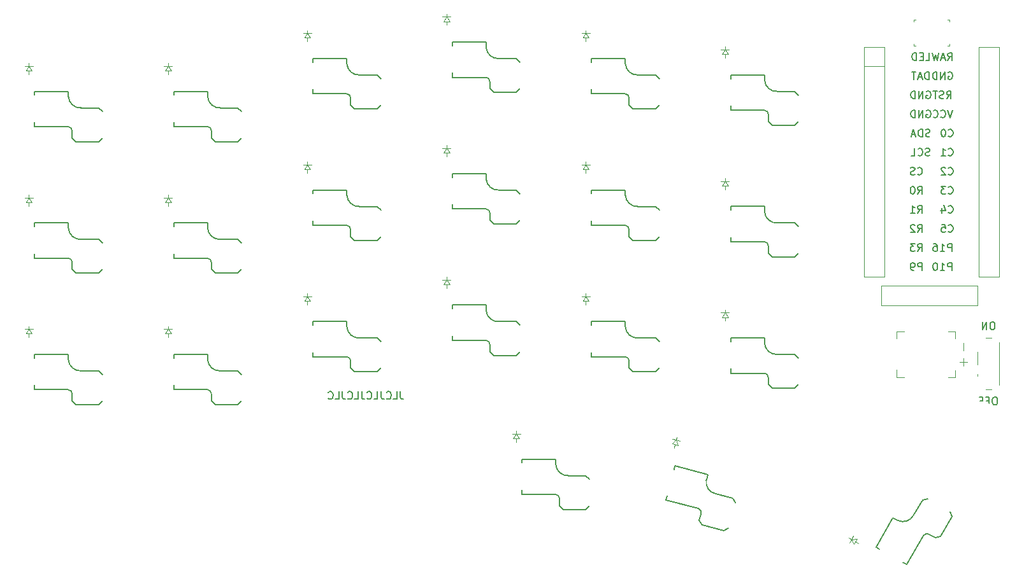
<source format=gbo>
G04 #@! TF.GenerationSoftware,KiCad,Pcbnew,8.0.8+1*
G04 #@! TF.CreationDate,2025-07-09T04:58:13+00:00*
G04 #@! TF.ProjectId,corney_island_wireless,636f726e-6579-45f6-9973-6c616e645f77,0.2*
G04 #@! TF.SameCoordinates,Original*
G04 #@! TF.FileFunction,Legend,Bot*
G04 #@! TF.FilePolarity,Positive*
%FSLAX46Y46*%
G04 Gerber Fmt 4.6, Leading zero omitted, Abs format (unit mm)*
G04 Created by KiCad (PCBNEW 8.0.8+1) date 2025-07-09 04:58:13*
%MOMM*%
%LPD*%
G01*
G04 APERTURE LIST*
%ADD10C,0.150000*%
%ADD11C,0.100000*%
%ADD12C,0.120000*%
%ADD13C,2.300000*%
%ADD14C,4.400000*%
%ADD15C,5.100000*%
%ADD16C,2.000000*%
%ADD17C,3.100000*%
%ADD18C,1.800000*%
%ADD19C,0.900000*%
%ADD20O,1.800000X1.800000*%
%ADD21C,1.000000*%
%ADD22C,0.850000*%
%ADD23O,1.850000X1.300000*%
G04 APERTURE END LIST*
D10*
X141619048Y-106454819D02*
X141619048Y-107169104D01*
X141619048Y-107169104D02*
X141666667Y-107311961D01*
X141666667Y-107311961D02*
X141761905Y-107407200D01*
X141761905Y-107407200D02*
X141904762Y-107454819D01*
X141904762Y-107454819D02*
X142000000Y-107454819D01*
X140666667Y-107454819D02*
X141142857Y-107454819D01*
X141142857Y-107454819D02*
X141142857Y-106454819D01*
X139761905Y-107359580D02*
X139809524Y-107407200D01*
X139809524Y-107407200D02*
X139952381Y-107454819D01*
X139952381Y-107454819D02*
X140047619Y-107454819D01*
X140047619Y-107454819D02*
X140190476Y-107407200D01*
X140190476Y-107407200D02*
X140285714Y-107311961D01*
X140285714Y-107311961D02*
X140333333Y-107216723D01*
X140333333Y-107216723D02*
X140380952Y-107026247D01*
X140380952Y-107026247D02*
X140380952Y-106883390D01*
X140380952Y-106883390D02*
X140333333Y-106692914D01*
X140333333Y-106692914D02*
X140285714Y-106597676D01*
X140285714Y-106597676D02*
X140190476Y-106502438D01*
X140190476Y-106502438D02*
X140047619Y-106454819D01*
X140047619Y-106454819D02*
X139952381Y-106454819D01*
X139952381Y-106454819D02*
X139809524Y-106502438D01*
X139809524Y-106502438D02*
X139761905Y-106550057D01*
X139047619Y-106454819D02*
X139047619Y-107169104D01*
X139047619Y-107169104D02*
X139095238Y-107311961D01*
X139095238Y-107311961D02*
X139190476Y-107407200D01*
X139190476Y-107407200D02*
X139333333Y-107454819D01*
X139333333Y-107454819D02*
X139428571Y-107454819D01*
X138095238Y-107454819D02*
X138571428Y-107454819D01*
X138571428Y-107454819D02*
X138571428Y-106454819D01*
X137190476Y-107359580D02*
X137238095Y-107407200D01*
X137238095Y-107407200D02*
X137380952Y-107454819D01*
X137380952Y-107454819D02*
X137476190Y-107454819D01*
X137476190Y-107454819D02*
X137619047Y-107407200D01*
X137619047Y-107407200D02*
X137714285Y-107311961D01*
X137714285Y-107311961D02*
X137761904Y-107216723D01*
X137761904Y-107216723D02*
X137809523Y-107026247D01*
X137809523Y-107026247D02*
X137809523Y-106883390D01*
X137809523Y-106883390D02*
X137761904Y-106692914D01*
X137761904Y-106692914D02*
X137714285Y-106597676D01*
X137714285Y-106597676D02*
X137619047Y-106502438D01*
X137619047Y-106502438D02*
X137476190Y-106454819D01*
X137476190Y-106454819D02*
X137380952Y-106454819D01*
X137380952Y-106454819D02*
X137238095Y-106502438D01*
X137238095Y-106502438D02*
X137190476Y-106550057D01*
X136476190Y-106454819D02*
X136476190Y-107169104D01*
X136476190Y-107169104D02*
X136523809Y-107311961D01*
X136523809Y-107311961D02*
X136619047Y-107407200D01*
X136619047Y-107407200D02*
X136761904Y-107454819D01*
X136761904Y-107454819D02*
X136857142Y-107454819D01*
X135523809Y-107454819D02*
X135999999Y-107454819D01*
X135999999Y-107454819D02*
X135999999Y-106454819D01*
X134619047Y-107359580D02*
X134666666Y-107407200D01*
X134666666Y-107407200D02*
X134809523Y-107454819D01*
X134809523Y-107454819D02*
X134904761Y-107454819D01*
X134904761Y-107454819D02*
X135047618Y-107407200D01*
X135047618Y-107407200D02*
X135142856Y-107311961D01*
X135142856Y-107311961D02*
X135190475Y-107216723D01*
X135190475Y-107216723D02*
X135238094Y-107026247D01*
X135238094Y-107026247D02*
X135238094Y-106883390D01*
X135238094Y-106883390D02*
X135190475Y-106692914D01*
X135190475Y-106692914D02*
X135142856Y-106597676D01*
X135142856Y-106597676D02*
X135047618Y-106502438D01*
X135047618Y-106502438D02*
X134904761Y-106454819D01*
X134904761Y-106454819D02*
X134809523Y-106454819D01*
X134809523Y-106454819D02*
X134666666Y-106502438D01*
X134666666Y-106502438D02*
X134619047Y-106550057D01*
X133904761Y-106454819D02*
X133904761Y-107169104D01*
X133904761Y-107169104D02*
X133952380Y-107311961D01*
X133952380Y-107311961D02*
X134047618Y-107407200D01*
X134047618Y-107407200D02*
X134190475Y-107454819D01*
X134190475Y-107454819D02*
X134285713Y-107454819D01*
X132952380Y-107454819D02*
X133428570Y-107454819D01*
X133428570Y-107454819D02*
X133428570Y-106454819D01*
X132047618Y-107359580D02*
X132095237Y-107407200D01*
X132095237Y-107407200D02*
X132238094Y-107454819D01*
X132238094Y-107454819D02*
X132333332Y-107454819D01*
X132333332Y-107454819D02*
X132476189Y-107407200D01*
X132476189Y-107407200D02*
X132571427Y-107311961D01*
X132571427Y-107311961D02*
X132619046Y-107216723D01*
X132619046Y-107216723D02*
X132666665Y-107026247D01*
X132666665Y-107026247D02*
X132666665Y-106883390D01*
X132666665Y-106883390D02*
X132619046Y-106692914D01*
X132619046Y-106692914D02*
X132571427Y-106597676D01*
X132571427Y-106597676D02*
X132476189Y-106502438D01*
X132476189Y-106502438D02*
X132333332Y-106454819D01*
X132333332Y-106454819D02*
X132238094Y-106454819D01*
X132238094Y-106454819D02*
X132095237Y-106502438D01*
X132095237Y-106502438D02*
X132047618Y-106550057D01*
X211396857Y-62374819D02*
X211873047Y-62374819D01*
X211873047Y-62374819D02*
X211873047Y-61374819D01*
X211063523Y-61851009D02*
X210730190Y-61851009D01*
X210587333Y-62374819D02*
X211063523Y-62374819D01*
X211063523Y-62374819D02*
X211063523Y-61374819D01*
X211063523Y-61374819D02*
X210587333Y-61374819D01*
X210158761Y-62374819D02*
X210158761Y-61374819D01*
X210158761Y-61374819D02*
X209920666Y-61374819D01*
X209920666Y-61374819D02*
X209777809Y-61422438D01*
X209777809Y-61422438D02*
X209682571Y-61517676D01*
X209682571Y-61517676D02*
X209634952Y-61612914D01*
X209634952Y-61612914D02*
X209587333Y-61803390D01*
X209587333Y-61803390D02*
X209587333Y-61946247D01*
X209587333Y-61946247D02*
X209634952Y-62136723D01*
X209634952Y-62136723D02*
X209682571Y-62231961D01*
X209682571Y-62231961D02*
X209777809Y-62327200D01*
X209777809Y-62327200D02*
X209920666Y-62374819D01*
X209920666Y-62374819D02*
X210158761Y-62374819D01*
X214344476Y-62374819D02*
X214677809Y-61898628D01*
X214915904Y-62374819D02*
X214915904Y-61374819D01*
X214915904Y-61374819D02*
X214534952Y-61374819D01*
X214534952Y-61374819D02*
X214439714Y-61422438D01*
X214439714Y-61422438D02*
X214392095Y-61470057D01*
X214392095Y-61470057D02*
X214344476Y-61565295D01*
X214344476Y-61565295D02*
X214344476Y-61708152D01*
X214344476Y-61708152D02*
X214392095Y-61803390D01*
X214392095Y-61803390D02*
X214439714Y-61851009D01*
X214439714Y-61851009D02*
X214534952Y-61898628D01*
X214534952Y-61898628D02*
X214915904Y-61898628D01*
X213963523Y-62089104D02*
X213487333Y-62089104D01*
X214058761Y-62374819D02*
X213725428Y-61374819D01*
X213725428Y-61374819D02*
X213392095Y-62374819D01*
X213153999Y-61374819D02*
X212915904Y-62374819D01*
X212915904Y-62374819D02*
X212725428Y-61660533D01*
X212725428Y-61660533D02*
X212534952Y-62374819D01*
X212534952Y-62374819D02*
X212296857Y-61374819D01*
X211825428Y-64914819D02*
X211825428Y-63914819D01*
X211825428Y-63914819D02*
X211587333Y-63914819D01*
X211587333Y-63914819D02*
X211444476Y-63962438D01*
X211444476Y-63962438D02*
X211349238Y-64057676D01*
X211349238Y-64057676D02*
X211301619Y-64152914D01*
X211301619Y-64152914D02*
X211254000Y-64343390D01*
X211254000Y-64343390D02*
X211254000Y-64486247D01*
X211254000Y-64486247D02*
X211301619Y-64676723D01*
X211301619Y-64676723D02*
X211349238Y-64771961D01*
X211349238Y-64771961D02*
X211444476Y-64867200D01*
X211444476Y-64867200D02*
X211587333Y-64914819D01*
X211587333Y-64914819D02*
X211825428Y-64914819D01*
X210873047Y-64629104D02*
X210396857Y-64629104D01*
X210968285Y-64914819D02*
X210634952Y-63914819D01*
X210634952Y-63914819D02*
X210301619Y-64914819D01*
X210111142Y-63914819D02*
X209539714Y-63914819D01*
X209825428Y-64914819D02*
X209825428Y-63914819D01*
X214415904Y-63962438D02*
X214511142Y-63914819D01*
X214511142Y-63914819D02*
X214653999Y-63914819D01*
X214653999Y-63914819D02*
X214796856Y-63962438D01*
X214796856Y-63962438D02*
X214892094Y-64057676D01*
X214892094Y-64057676D02*
X214939713Y-64152914D01*
X214939713Y-64152914D02*
X214987332Y-64343390D01*
X214987332Y-64343390D02*
X214987332Y-64486247D01*
X214987332Y-64486247D02*
X214939713Y-64676723D01*
X214939713Y-64676723D02*
X214892094Y-64771961D01*
X214892094Y-64771961D02*
X214796856Y-64867200D01*
X214796856Y-64867200D02*
X214653999Y-64914819D01*
X214653999Y-64914819D02*
X214558761Y-64914819D01*
X214558761Y-64914819D02*
X214415904Y-64867200D01*
X214415904Y-64867200D02*
X214368285Y-64819580D01*
X214368285Y-64819580D02*
X214368285Y-64486247D01*
X214368285Y-64486247D02*
X214558761Y-64486247D01*
X213939713Y-64914819D02*
X213939713Y-63914819D01*
X213939713Y-63914819D02*
X213368285Y-64914819D01*
X213368285Y-64914819D02*
X213368285Y-63914819D01*
X212892094Y-64914819D02*
X212892094Y-63914819D01*
X212892094Y-63914819D02*
X212653999Y-63914819D01*
X212653999Y-63914819D02*
X212511142Y-63962438D01*
X212511142Y-63962438D02*
X212415904Y-64057676D01*
X212415904Y-64057676D02*
X212368285Y-64152914D01*
X212368285Y-64152914D02*
X212320666Y-64343390D01*
X212320666Y-64343390D02*
X212320666Y-64486247D01*
X212320666Y-64486247D02*
X212368285Y-64676723D01*
X212368285Y-64676723D02*
X212415904Y-64771961D01*
X212415904Y-64771961D02*
X212511142Y-64867200D01*
X212511142Y-64867200D02*
X212653999Y-64914819D01*
X212653999Y-64914819D02*
X212892094Y-64914819D01*
X211515904Y-66502438D02*
X211611142Y-66454819D01*
X211611142Y-66454819D02*
X211753999Y-66454819D01*
X211753999Y-66454819D02*
X211896856Y-66502438D01*
X211896856Y-66502438D02*
X211992094Y-66597676D01*
X211992094Y-66597676D02*
X212039713Y-66692914D01*
X212039713Y-66692914D02*
X212087332Y-66883390D01*
X212087332Y-66883390D02*
X212087332Y-67026247D01*
X212087332Y-67026247D02*
X212039713Y-67216723D01*
X212039713Y-67216723D02*
X211992094Y-67311961D01*
X211992094Y-67311961D02*
X211896856Y-67407200D01*
X211896856Y-67407200D02*
X211753999Y-67454819D01*
X211753999Y-67454819D02*
X211658761Y-67454819D01*
X211658761Y-67454819D02*
X211515904Y-67407200D01*
X211515904Y-67407200D02*
X211468285Y-67359580D01*
X211468285Y-67359580D02*
X211468285Y-67026247D01*
X211468285Y-67026247D02*
X211658761Y-67026247D01*
X211039713Y-67454819D02*
X211039713Y-66454819D01*
X211039713Y-66454819D02*
X210468285Y-67454819D01*
X210468285Y-67454819D02*
X210468285Y-66454819D01*
X209992094Y-67454819D02*
X209992094Y-66454819D01*
X209992094Y-66454819D02*
X209753999Y-66454819D01*
X209753999Y-66454819D02*
X209611142Y-66502438D01*
X209611142Y-66502438D02*
X209515904Y-66597676D01*
X209515904Y-66597676D02*
X209468285Y-66692914D01*
X209468285Y-66692914D02*
X209420666Y-66883390D01*
X209420666Y-66883390D02*
X209420666Y-67026247D01*
X209420666Y-67026247D02*
X209468285Y-67216723D01*
X209468285Y-67216723D02*
X209515904Y-67311961D01*
X209515904Y-67311961D02*
X209611142Y-67407200D01*
X209611142Y-67407200D02*
X209753999Y-67454819D01*
X209753999Y-67454819D02*
X209992094Y-67454819D01*
X214201619Y-67454819D02*
X214534952Y-66978628D01*
X214773047Y-67454819D02*
X214773047Y-66454819D01*
X214773047Y-66454819D02*
X214392095Y-66454819D01*
X214392095Y-66454819D02*
X214296857Y-66502438D01*
X214296857Y-66502438D02*
X214249238Y-66550057D01*
X214249238Y-66550057D02*
X214201619Y-66645295D01*
X214201619Y-66645295D02*
X214201619Y-66788152D01*
X214201619Y-66788152D02*
X214249238Y-66883390D01*
X214249238Y-66883390D02*
X214296857Y-66931009D01*
X214296857Y-66931009D02*
X214392095Y-66978628D01*
X214392095Y-66978628D02*
X214773047Y-66978628D01*
X213820666Y-67407200D02*
X213677809Y-67454819D01*
X213677809Y-67454819D02*
X213439714Y-67454819D01*
X213439714Y-67454819D02*
X213344476Y-67407200D01*
X213344476Y-67407200D02*
X213296857Y-67359580D01*
X213296857Y-67359580D02*
X213249238Y-67264342D01*
X213249238Y-67264342D02*
X213249238Y-67169104D01*
X213249238Y-67169104D02*
X213296857Y-67073866D01*
X213296857Y-67073866D02*
X213344476Y-67026247D01*
X213344476Y-67026247D02*
X213439714Y-66978628D01*
X213439714Y-66978628D02*
X213630190Y-66931009D01*
X213630190Y-66931009D02*
X213725428Y-66883390D01*
X213725428Y-66883390D02*
X213773047Y-66835771D01*
X213773047Y-66835771D02*
X213820666Y-66740533D01*
X213820666Y-66740533D02*
X213820666Y-66645295D01*
X213820666Y-66645295D02*
X213773047Y-66550057D01*
X213773047Y-66550057D02*
X213725428Y-66502438D01*
X213725428Y-66502438D02*
X213630190Y-66454819D01*
X213630190Y-66454819D02*
X213392095Y-66454819D01*
X213392095Y-66454819D02*
X213249238Y-66502438D01*
X212963523Y-66454819D02*
X212392095Y-66454819D01*
X212677809Y-67454819D02*
X212677809Y-66454819D01*
X211515904Y-69042438D02*
X211611142Y-68994819D01*
X211611142Y-68994819D02*
X211753999Y-68994819D01*
X211753999Y-68994819D02*
X211896856Y-69042438D01*
X211896856Y-69042438D02*
X211992094Y-69137676D01*
X211992094Y-69137676D02*
X212039713Y-69232914D01*
X212039713Y-69232914D02*
X212087332Y-69423390D01*
X212087332Y-69423390D02*
X212087332Y-69566247D01*
X212087332Y-69566247D02*
X212039713Y-69756723D01*
X212039713Y-69756723D02*
X211992094Y-69851961D01*
X211992094Y-69851961D02*
X211896856Y-69947200D01*
X211896856Y-69947200D02*
X211753999Y-69994819D01*
X211753999Y-69994819D02*
X211658761Y-69994819D01*
X211658761Y-69994819D02*
X211515904Y-69947200D01*
X211515904Y-69947200D02*
X211468285Y-69899580D01*
X211468285Y-69899580D02*
X211468285Y-69566247D01*
X211468285Y-69566247D02*
X211658761Y-69566247D01*
X211039713Y-69994819D02*
X211039713Y-68994819D01*
X211039713Y-68994819D02*
X210468285Y-69994819D01*
X210468285Y-69994819D02*
X210468285Y-68994819D01*
X209992094Y-69994819D02*
X209992094Y-68994819D01*
X209992094Y-68994819D02*
X209753999Y-68994819D01*
X209753999Y-68994819D02*
X209611142Y-69042438D01*
X209611142Y-69042438D02*
X209515904Y-69137676D01*
X209515904Y-69137676D02*
X209468285Y-69232914D01*
X209468285Y-69232914D02*
X209420666Y-69423390D01*
X209420666Y-69423390D02*
X209420666Y-69566247D01*
X209420666Y-69566247D02*
X209468285Y-69756723D01*
X209468285Y-69756723D02*
X209515904Y-69851961D01*
X209515904Y-69851961D02*
X209611142Y-69947200D01*
X209611142Y-69947200D02*
X209753999Y-69994819D01*
X209753999Y-69994819D02*
X209992094Y-69994819D01*
X214987332Y-68994819D02*
X214653999Y-69994819D01*
X214653999Y-69994819D02*
X214320666Y-68994819D01*
X213415904Y-69899580D02*
X213463523Y-69947200D01*
X213463523Y-69947200D02*
X213606380Y-69994819D01*
X213606380Y-69994819D02*
X213701618Y-69994819D01*
X213701618Y-69994819D02*
X213844475Y-69947200D01*
X213844475Y-69947200D02*
X213939713Y-69851961D01*
X213939713Y-69851961D02*
X213987332Y-69756723D01*
X213987332Y-69756723D02*
X214034951Y-69566247D01*
X214034951Y-69566247D02*
X214034951Y-69423390D01*
X214034951Y-69423390D02*
X213987332Y-69232914D01*
X213987332Y-69232914D02*
X213939713Y-69137676D01*
X213939713Y-69137676D02*
X213844475Y-69042438D01*
X213844475Y-69042438D02*
X213701618Y-68994819D01*
X213701618Y-68994819D02*
X213606380Y-68994819D01*
X213606380Y-68994819D02*
X213463523Y-69042438D01*
X213463523Y-69042438D02*
X213415904Y-69090057D01*
X212415904Y-69899580D02*
X212463523Y-69947200D01*
X212463523Y-69947200D02*
X212606380Y-69994819D01*
X212606380Y-69994819D02*
X212701618Y-69994819D01*
X212701618Y-69994819D02*
X212844475Y-69947200D01*
X212844475Y-69947200D02*
X212939713Y-69851961D01*
X212939713Y-69851961D02*
X212987332Y-69756723D01*
X212987332Y-69756723D02*
X213034951Y-69566247D01*
X213034951Y-69566247D02*
X213034951Y-69423390D01*
X213034951Y-69423390D02*
X212987332Y-69232914D01*
X212987332Y-69232914D02*
X212939713Y-69137676D01*
X212939713Y-69137676D02*
X212844475Y-69042438D01*
X212844475Y-69042438D02*
X212701618Y-68994819D01*
X212701618Y-68994819D02*
X212606380Y-68994819D01*
X212606380Y-68994819D02*
X212463523Y-69042438D01*
X212463523Y-69042438D02*
X212415904Y-69090057D01*
X211968285Y-72487200D02*
X211825428Y-72534819D01*
X211825428Y-72534819D02*
X211587333Y-72534819D01*
X211587333Y-72534819D02*
X211492095Y-72487200D01*
X211492095Y-72487200D02*
X211444476Y-72439580D01*
X211444476Y-72439580D02*
X211396857Y-72344342D01*
X211396857Y-72344342D02*
X211396857Y-72249104D01*
X211396857Y-72249104D02*
X211444476Y-72153866D01*
X211444476Y-72153866D02*
X211492095Y-72106247D01*
X211492095Y-72106247D02*
X211587333Y-72058628D01*
X211587333Y-72058628D02*
X211777809Y-72011009D01*
X211777809Y-72011009D02*
X211873047Y-71963390D01*
X211873047Y-71963390D02*
X211920666Y-71915771D01*
X211920666Y-71915771D02*
X211968285Y-71820533D01*
X211968285Y-71820533D02*
X211968285Y-71725295D01*
X211968285Y-71725295D02*
X211920666Y-71630057D01*
X211920666Y-71630057D02*
X211873047Y-71582438D01*
X211873047Y-71582438D02*
X211777809Y-71534819D01*
X211777809Y-71534819D02*
X211539714Y-71534819D01*
X211539714Y-71534819D02*
X211396857Y-71582438D01*
X210968285Y-72534819D02*
X210968285Y-71534819D01*
X210968285Y-71534819D02*
X210730190Y-71534819D01*
X210730190Y-71534819D02*
X210587333Y-71582438D01*
X210587333Y-71582438D02*
X210492095Y-71677676D01*
X210492095Y-71677676D02*
X210444476Y-71772914D01*
X210444476Y-71772914D02*
X210396857Y-71963390D01*
X210396857Y-71963390D02*
X210396857Y-72106247D01*
X210396857Y-72106247D02*
X210444476Y-72296723D01*
X210444476Y-72296723D02*
X210492095Y-72391961D01*
X210492095Y-72391961D02*
X210587333Y-72487200D01*
X210587333Y-72487200D02*
X210730190Y-72534819D01*
X210730190Y-72534819D02*
X210968285Y-72534819D01*
X210015904Y-72249104D02*
X209539714Y-72249104D01*
X210111142Y-72534819D02*
X209777809Y-71534819D01*
X209777809Y-71534819D02*
X209444476Y-72534819D01*
X214410666Y-72439580D02*
X214458285Y-72487200D01*
X214458285Y-72487200D02*
X214601142Y-72534819D01*
X214601142Y-72534819D02*
X214696380Y-72534819D01*
X214696380Y-72534819D02*
X214839237Y-72487200D01*
X214839237Y-72487200D02*
X214934475Y-72391961D01*
X214934475Y-72391961D02*
X214982094Y-72296723D01*
X214982094Y-72296723D02*
X215029713Y-72106247D01*
X215029713Y-72106247D02*
X215029713Y-71963390D01*
X215029713Y-71963390D02*
X214982094Y-71772914D01*
X214982094Y-71772914D02*
X214934475Y-71677676D01*
X214934475Y-71677676D02*
X214839237Y-71582438D01*
X214839237Y-71582438D02*
X214696380Y-71534819D01*
X214696380Y-71534819D02*
X214601142Y-71534819D01*
X214601142Y-71534819D02*
X214458285Y-71582438D01*
X214458285Y-71582438D02*
X214410666Y-71630057D01*
X213791618Y-71534819D02*
X213696380Y-71534819D01*
X213696380Y-71534819D02*
X213601142Y-71582438D01*
X213601142Y-71582438D02*
X213553523Y-71630057D01*
X213553523Y-71630057D02*
X213505904Y-71725295D01*
X213505904Y-71725295D02*
X213458285Y-71915771D01*
X213458285Y-71915771D02*
X213458285Y-72153866D01*
X213458285Y-72153866D02*
X213505904Y-72344342D01*
X213505904Y-72344342D02*
X213553523Y-72439580D01*
X213553523Y-72439580D02*
X213601142Y-72487200D01*
X213601142Y-72487200D02*
X213696380Y-72534819D01*
X213696380Y-72534819D02*
X213791618Y-72534819D01*
X213791618Y-72534819D02*
X213886856Y-72487200D01*
X213886856Y-72487200D02*
X213934475Y-72439580D01*
X213934475Y-72439580D02*
X213982094Y-72344342D01*
X213982094Y-72344342D02*
X214029713Y-72153866D01*
X214029713Y-72153866D02*
X214029713Y-71915771D01*
X214029713Y-71915771D02*
X213982094Y-71725295D01*
X213982094Y-71725295D02*
X213934475Y-71630057D01*
X213934475Y-71630057D02*
X213886856Y-71582438D01*
X213886856Y-71582438D02*
X213791618Y-71534819D01*
X211944475Y-75027200D02*
X211801618Y-75074819D01*
X211801618Y-75074819D02*
X211563523Y-75074819D01*
X211563523Y-75074819D02*
X211468285Y-75027200D01*
X211468285Y-75027200D02*
X211420666Y-74979580D01*
X211420666Y-74979580D02*
X211373047Y-74884342D01*
X211373047Y-74884342D02*
X211373047Y-74789104D01*
X211373047Y-74789104D02*
X211420666Y-74693866D01*
X211420666Y-74693866D02*
X211468285Y-74646247D01*
X211468285Y-74646247D02*
X211563523Y-74598628D01*
X211563523Y-74598628D02*
X211753999Y-74551009D01*
X211753999Y-74551009D02*
X211849237Y-74503390D01*
X211849237Y-74503390D02*
X211896856Y-74455771D01*
X211896856Y-74455771D02*
X211944475Y-74360533D01*
X211944475Y-74360533D02*
X211944475Y-74265295D01*
X211944475Y-74265295D02*
X211896856Y-74170057D01*
X211896856Y-74170057D02*
X211849237Y-74122438D01*
X211849237Y-74122438D02*
X211753999Y-74074819D01*
X211753999Y-74074819D02*
X211515904Y-74074819D01*
X211515904Y-74074819D02*
X211373047Y-74122438D01*
X210373047Y-74979580D02*
X210420666Y-75027200D01*
X210420666Y-75027200D02*
X210563523Y-75074819D01*
X210563523Y-75074819D02*
X210658761Y-75074819D01*
X210658761Y-75074819D02*
X210801618Y-75027200D01*
X210801618Y-75027200D02*
X210896856Y-74931961D01*
X210896856Y-74931961D02*
X210944475Y-74836723D01*
X210944475Y-74836723D02*
X210992094Y-74646247D01*
X210992094Y-74646247D02*
X210992094Y-74503390D01*
X210992094Y-74503390D02*
X210944475Y-74312914D01*
X210944475Y-74312914D02*
X210896856Y-74217676D01*
X210896856Y-74217676D02*
X210801618Y-74122438D01*
X210801618Y-74122438D02*
X210658761Y-74074819D01*
X210658761Y-74074819D02*
X210563523Y-74074819D01*
X210563523Y-74074819D02*
X210420666Y-74122438D01*
X210420666Y-74122438D02*
X210373047Y-74170057D01*
X209468285Y-75074819D02*
X209944475Y-75074819D01*
X209944475Y-75074819D02*
X209944475Y-74074819D01*
X214410666Y-74979580D02*
X214458285Y-75027200D01*
X214458285Y-75027200D02*
X214601142Y-75074819D01*
X214601142Y-75074819D02*
X214696380Y-75074819D01*
X214696380Y-75074819D02*
X214839237Y-75027200D01*
X214839237Y-75027200D02*
X214934475Y-74931961D01*
X214934475Y-74931961D02*
X214982094Y-74836723D01*
X214982094Y-74836723D02*
X215029713Y-74646247D01*
X215029713Y-74646247D02*
X215029713Y-74503390D01*
X215029713Y-74503390D02*
X214982094Y-74312914D01*
X214982094Y-74312914D02*
X214934475Y-74217676D01*
X214934475Y-74217676D02*
X214839237Y-74122438D01*
X214839237Y-74122438D02*
X214696380Y-74074819D01*
X214696380Y-74074819D02*
X214601142Y-74074819D01*
X214601142Y-74074819D02*
X214458285Y-74122438D01*
X214458285Y-74122438D02*
X214410666Y-74170057D01*
X213458285Y-75074819D02*
X214029713Y-75074819D01*
X213743999Y-75074819D02*
X213743999Y-74074819D01*
X213743999Y-74074819D02*
X213839237Y-74217676D01*
X213839237Y-74217676D02*
X213934475Y-74312914D01*
X213934475Y-74312914D02*
X214029713Y-74360533D01*
X210330666Y-77519580D02*
X210378285Y-77567200D01*
X210378285Y-77567200D02*
X210521142Y-77614819D01*
X210521142Y-77614819D02*
X210616380Y-77614819D01*
X210616380Y-77614819D02*
X210759237Y-77567200D01*
X210759237Y-77567200D02*
X210854475Y-77471961D01*
X210854475Y-77471961D02*
X210902094Y-77376723D01*
X210902094Y-77376723D02*
X210949713Y-77186247D01*
X210949713Y-77186247D02*
X210949713Y-77043390D01*
X210949713Y-77043390D02*
X210902094Y-76852914D01*
X210902094Y-76852914D02*
X210854475Y-76757676D01*
X210854475Y-76757676D02*
X210759237Y-76662438D01*
X210759237Y-76662438D02*
X210616380Y-76614819D01*
X210616380Y-76614819D02*
X210521142Y-76614819D01*
X210521142Y-76614819D02*
X210378285Y-76662438D01*
X210378285Y-76662438D02*
X210330666Y-76710057D01*
X209949713Y-77567200D02*
X209806856Y-77614819D01*
X209806856Y-77614819D02*
X209568761Y-77614819D01*
X209568761Y-77614819D02*
X209473523Y-77567200D01*
X209473523Y-77567200D02*
X209425904Y-77519580D01*
X209425904Y-77519580D02*
X209378285Y-77424342D01*
X209378285Y-77424342D02*
X209378285Y-77329104D01*
X209378285Y-77329104D02*
X209425904Y-77233866D01*
X209425904Y-77233866D02*
X209473523Y-77186247D01*
X209473523Y-77186247D02*
X209568761Y-77138628D01*
X209568761Y-77138628D02*
X209759237Y-77091009D01*
X209759237Y-77091009D02*
X209854475Y-77043390D01*
X209854475Y-77043390D02*
X209902094Y-76995771D01*
X209902094Y-76995771D02*
X209949713Y-76900533D01*
X209949713Y-76900533D02*
X209949713Y-76805295D01*
X209949713Y-76805295D02*
X209902094Y-76710057D01*
X209902094Y-76710057D02*
X209854475Y-76662438D01*
X209854475Y-76662438D02*
X209759237Y-76614819D01*
X209759237Y-76614819D02*
X209521142Y-76614819D01*
X209521142Y-76614819D02*
X209378285Y-76662438D01*
X214410666Y-77519580D02*
X214458285Y-77567200D01*
X214458285Y-77567200D02*
X214601142Y-77614819D01*
X214601142Y-77614819D02*
X214696380Y-77614819D01*
X214696380Y-77614819D02*
X214839237Y-77567200D01*
X214839237Y-77567200D02*
X214934475Y-77471961D01*
X214934475Y-77471961D02*
X214982094Y-77376723D01*
X214982094Y-77376723D02*
X215029713Y-77186247D01*
X215029713Y-77186247D02*
X215029713Y-77043390D01*
X215029713Y-77043390D02*
X214982094Y-76852914D01*
X214982094Y-76852914D02*
X214934475Y-76757676D01*
X214934475Y-76757676D02*
X214839237Y-76662438D01*
X214839237Y-76662438D02*
X214696380Y-76614819D01*
X214696380Y-76614819D02*
X214601142Y-76614819D01*
X214601142Y-76614819D02*
X214458285Y-76662438D01*
X214458285Y-76662438D02*
X214410666Y-76710057D01*
X214029713Y-76710057D02*
X213982094Y-76662438D01*
X213982094Y-76662438D02*
X213886856Y-76614819D01*
X213886856Y-76614819D02*
X213648761Y-76614819D01*
X213648761Y-76614819D02*
X213553523Y-76662438D01*
X213553523Y-76662438D02*
X213505904Y-76710057D01*
X213505904Y-76710057D02*
X213458285Y-76805295D01*
X213458285Y-76805295D02*
X213458285Y-76900533D01*
X213458285Y-76900533D02*
X213505904Y-77043390D01*
X213505904Y-77043390D02*
X214077332Y-77614819D01*
X214077332Y-77614819D02*
X213458285Y-77614819D01*
X210330666Y-80154819D02*
X210663999Y-79678628D01*
X210902094Y-80154819D02*
X210902094Y-79154819D01*
X210902094Y-79154819D02*
X210521142Y-79154819D01*
X210521142Y-79154819D02*
X210425904Y-79202438D01*
X210425904Y-79202438D02*
X210378285Y-79250057D01*
X210378285Y-79250057D02*
X210330666Y-79345295D01*
X210330666Y-79345295D02*
X210330666Y-79488152D01*
X210330666Y-79488152D02*
X210378285Y-79583390D01*
X210378285Y-79583390D02*
X210425904Y-79631009D01*
X210425904Y-79631009D02*
X210521142Y-79678628D01*
X210521142Y-79678628D02*
X210902094Y-79678628D01*
X209711618Y-79154819D02*
X209616380Y-79154819D01*
X209616380Y-79154819D02*
X209521142Y-79202438D01*
X209521142Y-79202438D02*
X209473523Y-79250057D01*
X209473523Y-79250057D02*
X209425904Y-79345295D01*
X209425904Y-79345295D02*
X209378285Y-79535771D01*
X209378285Y-79535771D02*
X209378285Y-79773866D01*
X209378285Y-79773866D02*
X209425904Y-79964342D01*
X209425904Y-79964342D02*
X209473523Y-80059580D01*
X209473523Y-80059580D02*
X209521142Y-80107200D01*
X209521142Y-80107200D02*
X209616380Y-80154819D01*
X209616380Y-80154819D02*
X209711618Y-80154819D01*
X209711618Y-80154819D02*
X209806856Y-80107200D01*
X209806856Y-80107200D02*
X209854475Y-80059580D01*
X209854475Y-80059580D02*
X209902094Y-79964342D01*
X209902094Y-79964342D02*
X209949713Y-79773866D01*
X209949713Y-79773866D02*
X209949713Y-79535771D01*
X209949713Y-79535771D02*
X209902094Y-79345295D01*
X209902094Y-79345295D02*
X209854475Y-79250057D01*
X209854475Y-79250057D02*
X209806856Y-79202438D01*
X209806856Y-79202438D02*
X209711618Y-79154819D01*
X214410666Y-80059580D02*
X214458285Y-80107200D01*
X214458285Y-80107200D02*
X214601142Y-80154819D01*
X214601142Y-80154819D02*
X214696380Y-80154819D01*
X214696380Y-80154819D02*
X214839237Y-80107200D01*
X214839237Y-80107200D02*
X214934475Y-80011961D01*
X214934475Y-80011961D02*
X214982094Y-79916723D01*
X214982094Y-79916723D02*
X215029713Y-79726247D01*
X215029713Y-79726247D02*
X215029713Y-79583390D01*
X215029713Y-79583390D02*
X214982094Y-79392914D01*
X214982094Y-79392914D02*
X214934475Y-79297676D01*
X214934475Y-79297676D02*
X214839237Y-79202438D01*
X214839237Y-79202438D02*
X214696380Y-79154819D01*
X214696380Y-79154819D02*
X214601142Y-79154819D01*
X214601142Y-79154819D02*
X214458285Y-79202438D01*
X214458285Y-79202438D02*
X214410666Y-79250057D01*
X214077332Y-79154819D02*
X213458285Y-79154819D01*
X213458285Y-79154819D02*
X213791618Y-79535771D01*
X213791618Y-79535771D02*
X213648761Y-79535771D01*
X213648761Y-79535771D02*
X213553523Y-79583390D01*
X213553523Y-79583390D02*
X213505904Y-79631009D01*
X213505904Y-79631009D02*
X213458285Y-79726247D01*
X213458285Y-79726247D02*
X213458285Y-79964342D01*
X213458285Y-79964342D02*
X213505904Y-80059580D01*
X213505904Y-80059580D02*
X213553523Y-80107200D01*
X213553523Y-80107200D02*
X213648761Y-80154819D01*
X213648761Y-80154819D02*
X213934475Y-80154819D01*
X213934475Y-80154819D02*
X214029713Y-80107200D01*
X214029713Y-80107200D02*
X214077332Y-80059580D01*
X210330666Y-82694819D02*
X210663999Y-82218628D01*
X210902094Y-82694819D02*
X210902094Y-81694819D01*
X210902094Y-81694819D02*
X210521142Y-81694819D01*
X210521142Y-81694819D02*
X210425904Y-81742438D01*
X210425904Y-81742438D02*
X210378285Y-81790057D01*
X210378285Y-81790057D02*
X210330666Y-81885295D01*
X210330666Y-81885295D02*
X210330666Y-82028152D01*
X210330666Y-82028152D02*
X210378285Y-82123390D01*
X210378285Y-82123390D02*
X210425904Y-82171009D01*
X210425904Y-82171009D02*
X210521142Y-82218628D01*
X210521142Y-82218628D02*
X210902094Y-82218628D01*
X209378285Y-82694819D02*
X209949713Y-82694819D01*
X209663999Y-82694819D02*
X209663999Y-81694819D01*
X209663999Y-81694819D02*
X209759237Y-81837676D01*
X209759237Y-81837676D02*
X209854475Y-81932914D01*
X209854475Y-81932914D02*
X209949713Y-81980533D01*
X214410666Y-82599580D02*
X214458285Y-82647200D01*
X214458285Y-82647200D02*
X214601142Y-82694819D01*
X214601142Y-82694819D02*
X214696380Y-82694819D01*
X214696380Y-82694819D02*
X214839237Y-82647200D01*
X214839237Y-82647200D02*
X214934475Y-82551961D01*
X214934475Y-82551961D02*
X214982094Y-82456723D01*
X214982094Y-82456723D02*
X215029713Y-82266247D01*
X215029713Y-82266247D02*
X215029713Y-82123390D01*
X215029713Y-82123390D02*
X214982094Y-81932914D01*
X214982094Y-81932914D02*
X214934475Y-81837676D01*
X214934475Y-81837676D02*
X214839237Y-81742438D01*
X214839237Y-81742438D02*
X214696380Y-81694819D01*
X214696380Y-81694819D02*
X214601142Y-81694819D01*
X214601142Y-81694819D02*
X214458285Y-81742438D01*
X214458285Y-81742438D02*
X214410666Y-81790057D01*
X213553523Y-82028152D02*
X213553523Y-82694819D01*
X213791618Y-81647200D02*
X214029713Y-82361485D01*
X214029713Y-82361485D02*
X213410666Y-82361485D01*
X210330666Y-85234819D02*
X210663999Y-84758628D01*
X210902094Y-85234819D02*
X210902094Y-84234819D01*
X210902094Y-84234819D02*
X210521142Y-84234819D01*
X210521142Y-84234819D02*
X210425904Y-84282438D01*
X210425904Y-84282438D02*
X210378285Y-84330057D01*
X210378285Y-84330057D02*
X210330666Y-84425295D01*
X210330666Y-84425295D02*
X210330666Y-84568152D01*
X210330666Y-84568152D02*
X210378285Y-84663390D01*
X210378285Y-84663390D02*
X210425904Y-84711009D01*
X210425904Y-84711009D02*
X210521142Y-84758628D01*
X210521142Y-84758628D02*
X210902094Y-84758628D01*
X209949713Y-84330057D02*
X209902094Y-84282438D01*
X209902094Y-84282438D02*
X209806856Y-84234819D01*
X209806856Y-84234819D02*
X209568761Y-84234819D01*
X209568761Y-84234819D02*
X209473523Y-84282438D01*
X209473523Y-84282438D02*
X209425904Y-84330057D01*
X209425904Y-84330057D02*
X209378285Y-84425295D01*
X209378285Y-84425295D02*
X209378285Y-84520533D01*
X209378285Y-84520533D02*
X209425904Y-84663390D01*
X209425904Y-84663390D02*
X209997332Y-85234819D01*
X209997332Y-85234819D02*
X209378285Y-85234819D01*
X214410666Y-85139580D02*
X214458285Y-85187200D01*
X214458285Y-85187200D02*
X214601142Y-85234819D01*
X214601142Y-85234819D02*
X214696380Y-85234819D01*
X214696380Y-85234819D02*
X214839237Y-85187200D01*
X214839237Y-85187200D02*
X214934475Y-85091961D01*
X214934475Y-85091961D02*
X214982094Y-84996723D01*
X214982094Y-84996723D02*
X215029713Y-84806247D01*
X215029713Y-84806247D02*
X215029713Y-84663390D01*
X215029713Y-84663390D02*
X214982094Y-84472914D01*
X214982094Y-84472914D02*
X214934475Y-84377676D01*
X214934475Y-84377676D02*
X214839237Y-84282438D01*
X214839237Y-84282438D02*
X214696380Y-84234819D01*
X214696380Y-84234819D02*
X214601142Y-84234819D01*
X214601142Y-84234819D02*
X214458285Y-84282438D01*
X214458285Y-84282438D02*
X214410666Y-84330057D01*
X213505904Y-84234819D02*
X213982094Y-84234819D01*
X213982094Y-84234819D02*
X214029713Y-84711009D01*
X214029713Y-84711009D02*
X213982094Y-84663390D01*
X213982094Y-84663390D02*
X213886856Y-84615771D01*
X213886856Y-84615771D02*
X213648761Y-84615771D01*
X213648761Y-84615771D02*
X213553523Y-84663390D01*
X213553523Y-84663390D02*
X213505904Y-84711009D01*
X213505904Y-84711009D02*
X213458285Y-84806247D01*
X213458285Y-84806247D02*
X213458285Y-85044342D01*
X213458285Y-85044342D02*
X213505904Y-85139580D01*
X213505904Y-85139580D02*
X213553523Y-85187200D01*
X213553523Y-85187200D02*
X213648761Y-85234819D01*
X213648761Y-85234819D02*
X213886856Y-85234819D01*
X213886856Y-85234819D02*
X213982094Y-85187200D01*
X213982094Y-85187200D02*
X214029713Y-85139580D01*
X210330666Y-87774819D02*
X210663999Y-87298628D01*
X210902094Y-87774819D02*
X210902094Y-86774819D01*
X210902094Y-86774819D02*
X210521142Y-86774819D01*
X210521142Y-86774819D02*
X210425904Y-86822438D01*
X210425904Y-86822438D02*
X210378285Y-86870057D01*
X210378285Y-86870057D02*
X210330666Y-86965295D01*
X210330666Y-86965295D02*
X210330666Y-87108152D01*
X210330666Y-87108152D02*
X210378285Y-87203390D01*
X210378285Y-87203390D02*
X210425904Y-87251009D01*
X210425904Y-87251009D02*
X210521142Y-87298628D01*
X210521142Y-87298628D02*
X210902094Y-87298628D01*
X209997332Y-86774819D02*
X209378285Y-86774819D01*
X209378285Y-86774819D02*
X209711618Y-87155771D01*
X209711618Y-87155771D02*
X209568761Y-87155771D01*
X209568761Y-87155771D02*
X209473523Y-87203390D01*
X209473523Y-87203390D02*
X209425904Y-87251009D01*
X209425904Y-87251009D02*
X209378285Y-87346247D01*
X209378285Y-87346247D02*
X209378285Y-87584342D01*
X209378285Y-87584342D02*
X209425904Y-87679580D01*
X209425904Y-87679580D02*
X209473523Y-87727200D01*
X209473523Y-87727200D02*
X209568761Y-87774819D01*
X209568761Y-87774819D02*
X209854475Y-87774819D01*
X209854475Y-87774819D02*
X209949713Y-87727200D01*
X209949713Y-87727200D02*
X209997332Y-87679580D01*
X214868285Y-87774819D02*
X214868285Y-86774819D01*
X214868285Y-86774819D02*
X214487333Y-86774819D01*
X214487333Y-86774819D02*
X214392095Y-86822438D01*
X214392095Y-86822438D02*
X214344476Y-86870057D01*
X214344476Y-86870057D02*
X214296857Y-86965295D01*
X214296857Y-86965295D02*
X214296857Y-87108152D01*
X214296857Y-87108152D02*
X214344476Y-87203390D01*
X214344476Y-87203390D02*
X214392095Y-87251009D01*
X214392095Y-87251009D02*
X214487333Y-87298628D01*
X214487333Y-87298628D02*
X214868285Y-87298628D01*
X213344476Y-87774819D02*
X213915904Y-87774819D01*
X213630190Y-87774819D02*
X213630190Y-86774819D01*
X213630190Y-86774819D02*
X213725428Y-86917676D01*
X213725428Y-86917676D02*
X213820666Y-87012914D01*
X213820666Y-87012914D02*
X213915904Y-87060533D01*
X212487333Y-86774819D02*
X212677809Y-86774819D01*
X212677809Y-86774819D02*
X212773047Y-86822438D01*
X212773047Y-86822438D02*
X212820666Y-86870057D01*
X212820666Y-86870057D02*
X212915904Y-87012914D01*
X212915904Y-87012914D02*
X212963523Y-87203390D01*
X212963523Y-87203390D02*
X212963523Y-87584342D01*
X212963523Y-87584342D02*
X212915904Y-87679580D01*
X212915904Y-87679580D02*
X212868285Y-87727200D01*
X212868285Y-87727200D02*
X212773047Y-87774819D01*
X212773047Y-87774819D02*
X212582571Y-87774819D01*
X212582571Y-87774819D02*
X212487333Y-87727200D01*
X212487333Y-87727200D02*
X212439714Y-87679580D01*
X212439714Y-87679580D02*
X212392095Y-87584342D01*
X212392095Y-87584342D02*
X212392095Y-87346247D01*
X212392095Y-87346247D02*
X212439714Y-87251009D01*
X212439714Y-87251009D02*
X212487333Y-87203390D01*
X212487333Y-87203390D02*
X212582571Y-87155771D01*
X212582571Y-87155771D02*
X212773047Y-87155771D01*
X212773047Y-87155771D02*
X212868285Y-87203390D01*
X212868285Y-87203390D02*
X212915904Y-87251009D01*
X212915904Y-87251009D02*
X212963523Y-87346247D01*
X210902094Y-90314819D02*
X210902094Y-89314819D01*
X210902094Y-89314819D02*
X210521142Y-89314819D01*
X210521142Y-89314819D02*
X210425904Y-89362438D01*
X210425904Y-89362438D02*
X210378285Y-89410057D01*
X210378285Y-89410057D02*
X210330666Y-89505295D01*
X210330666Y-89505295D02*
X210330666Y-89648152D01*
X210330666Y-89648152D02*
X210378285Y-89743390D01*
X210378285Y-89743390D02*
X210425904Y-89791009D01*
X210425904Y-89791009D02*
X210521142Y-89838628D01*
X210521142Y-89838628D02*
X210902094Y-89838628D01*
X209854475Y-90314819D02*
X209663999Y-90314819D01*
X209663999Y-90314819D02*
X209568761Y-90267200D01*
X209568761Y-90267200D02*
X209521142Y-90219580D01*
X209521142Y-90219580D02*
X209425904Y-90076723D01*
X209425904Y-90076723D02*
X209378285Y-89886247D01*
X209378285Y-89886247D02*
X209378285Y-89505295D01*
X209378285Y-89505295D02*
X209425904Y-89410057D01*
X209425904Y-89410057D02*
X209473523Y-89362438D01*
X209473523Y-89362438D02*
X209568761Y-89314819D01*
X209568761Y-89314819D02*
X209759237Y-89314819D01*
X209759237Y-89314819D02*
X209854475Y-89362438D01*
X209854475Y-89362438D02*
X209902094Y-89410057D01*
X209902094Y-89410057D02*
X209949713Y-89505295D01*
X209949713Y-89505295D02*
X209949713Y-89743390D01*
X209949713Y-89743390D02*
X209902094Y-89838628D01*
X209902094Y-89838628D02*
X209854475Y-89886247D01*
X209854475Y-89886247D02*
X209759237Y-89933866D01*
X209759237Y-89933866D02*
X209568761Y-89933866D01*
X209568761Y-89933866D02*
X209473523Y-89886247D01*
X209473523Y-89886247D02*
X209425904Y-89838628D01*
X209425904Y-89838628D02*
X209378285Y-89743390D01*
X214868285Y-90314819D02*
X214868285Y-89314819D01*
X214868285Y-89314819D02*
X214487333Y-89314819D01*
X214487333Y-89314819D02*
X214392095Y-89362438D01*
X214392095Y-89362438D02*
X214344476Y-89410057D01*
X214344476Y-89410057D02*
X214296857Y-89505295D01*
X214296857Y-89505295D02*
X214296857Y-89648152D01*
X214296857Y-89648152D02*
X214344476Y-89743390D01*
X214344476Y-89743390D02*
X214392095Y-89791009D01*
X214392095Y-89791009D02*
X214487333Y-89838628D01*
X214487333Y-89838628D02*
X214868285Y-89838628D01*
X213344476Y-90314819D02*
X213915904Y-90314819D01*
X213630190Y-90314819D02*
X213630190Y-89314819D01*
X213630190Y-89314819D02*
X213725428Y-89457676D01*
X213725428Y-89457676D02*
X213820666Y-89552914D01*
X213820666Y-89552914D02*
X213915904Y-89600533D01*
X212725428Y-89314819D02*
X212630190Y-89314819D01*
X212630190Y-89314819D02*
X212534952Y-89362438D01*
X212534952Y-89362438D02*
X212487333Y-89410057D01*
X212487333Y-89410057D02*
X212439714Y-89505295D01*
X212439714Y-89505295D02*
X212392095Y-89695771D01*
X212392095Y-89695771D02*
X212392095Y-89933866D01*
X212392095Y-89933866D02*
X212439714Y-90124342D01*
X212439714Y-90124342D02*
X212487333Y-90219580D01*
X212487333Y-90219580D02*
X212534952Y-90267200D01*
X212534952Y-90267200D02*
X212630190Y-90314819D01*
X212630190Y-90314819D02*
X212725428Y-90314819D01*
X212725428Y-90314819D02*
X212820666Y-90267200D01*
X212820666Y-90267200D02*
X212868285Y-90219580D01*
X212868285Y-90219580D02*
X212915904Y-90124342D01*
X212915904Y-90124342D02*
X212963523Y-89933866D01*
X212963523Y-89933866D02*
X212963523Y-89695771D01*
X212963523Y-89695771D02*
X212915904Y-89505295D01*
X212915904Y-89505295D02*
X212868285Y-89410057D01*
X212868285Y-89410057D02*
X212820666Y-89362438D01*
X212820666Y-89362438D02*
X212725428Y-89314819D01*
X220369047Y-97204819D02*
X220178571Y-97204819D01*
X220178571Y-97204819D02*
X220083333Y-97252438D01*
X220083333Y-97252438D02*
X219988095Y-97347676D01*
X219988095Y-97347676D02*
X219940476Y-97538152D01*
X219940476Y-97538152D02*
X219940476Y-97871485D01*
X219940476Y-97871485D02*
X219988095Y-98061961D01*
X219988095Y-98061961D02*
X220083333Y-98157200D01*
X220083333Y-98157200D02*
X220178571Y-98204819D01*
X220178571Y-98204819D02*
X220369047Y-98204819D01*
X220369047Y-98204819D02*
X220464285Y-98157200D01*
X220464285Y-98157200D02*
X220559523Y-98061961D01*
X220559523Y-98061961D02*
X220607142Y-97871485D01*
X220607142Y-97871485D02*
X220607142Y-97538152D01*
X220607142Y-97538152D02*
X220559523Y-97347676D01*
X220559523Y-97347676D02*
X220464285Y-97252438D01*
X220464285Y-97252438D02*
X220369047Y-97204819D01*
X219511904Y-98204819D02*
X219511904Y-97204819D01*
X219511904Y-97204819D02*
X218940476Y-98204819D01*
X218940476Y-98204819D02*
X218940476Y-97204819D01*
X220702380Y-107204819D02*
X220511904Y-107204819D01*
X220511904Y-107204819D02*
X220416666Y-107252438D01*
X220416666Y-107252438D02*
X220321428Y-107347676D01*
X220321428Y-107347676D02*
X220273809Y-107538152D01*
X220273809Y-107538152D02*
X220273809Y-107871485D01*
X220273809Y-107871485D02*
X220321428Y-108061961D01*
X220321428Y-108061961D02*
X220416666Y-108157200D01*
X220416666Y-108157200D02*
X220511904Y-108204819D01*
X220511904Y-108204819D02*
X220702380Y-108204819D01*
X220702380Y-108204819D02*
X220797618Y-108157200D01*
X220797618Y-108157200D02*
X220892856Y-108061961D01*
X220892856Y-108061961D02*
X220940475Y-107871485D01*
X220940475Y-107871485D02*
X220940475Y-107538152D01*
X220940475Y-107538152D02*
X220892856Y-107347676D01*
X220892856Y-107347676D02*
X220797618Y-107252438D01*
X220797618Y-107252438D02*
X220702380Y-107204819D01*
X219511904Y-107681009D02*
X219845237Y-107681009D01*
X219845237Y-108204819D02*
X219845237Y-107204819D01*
X219845237Y-107204819D02*
X219369047Y-107204819D01*
X218654761Y-107681009D02*
X218988094Y-107681009D01*
X218988094Y-108204819D02*
X218988094Y-107204819D01*
X218988094Y-107204819D02*
X218511904Y-107204819D01*
X101500000Y-108200000D02*
X102000000Y-107700000D01*
X98500000Y-108200000D02*
X101500000Y-108200000D01*
X98000000Y-107700000D02*
X98500000Y-108200000D01*
X98000000Y-107700000D02*
X98000000Y-106780000D01*
X97480000Y-106200000D02*
X93000000Y-106200000D01*
X93000000Y-106200000D02*
X93000000Y-105600000D01*
X97480000Y-106200000D02*
G75*
G02*
X98000000Y-106780000I-30000J-550000D01*
G01*
X101500000Y-103700000D02*
X102000000Y-104200000D01*
X99200000Y-103700000D02*
X101500000Y-103700000D01*
X97500000Y-101500000D02*
X97500000Y-102200000D01*
X93000000Y-101500000D02*
X97500000Y-101500000D01*
X93000000Y-102000000D02*
X93000000Y-101500000D01*
X99200000Y-103700000D02*
G75*
G02*
X97500000Y-102220000I-110000J1590000D01*
G01*
X101500000Y-90700000D02*
X102000000Y-90200000D01*
X98500000Y-90700000D02*
X101500000Y-90700000D01*
X98000000Y-90200000D02*
X98500000Y-90700000D01*
X98000000Y-90200000D02*
X98000000Y-89280000D01*
X97480000Y-88700000D02*
X93000000Y-88700000D01*
X93000000Y-88700000D02*
X93000000Y-88100000D01*
X97480000Y-88700000D02*
G75*
G02*
X98000000Y-89280000I-30000J-550000D01*
G01*
X101500000Y-86200000D02*
X102000000Y-86700000D01*
X99200000Y-86200000D02*
X101500000Y-86200000D01*
X97500000Y-84000000D02*
X97500000Y-84700000D01*
X93000000Y-84000000D02*
X97500000Y-84000000D01*
X93000000Y-84500000D02*
X93000000Y-84000000D01*
X99200000Y-86200000D02*
G75*
G02*
X97500000Y-84720000I-110000J1590000D01*
G01*
X101500000Y-73200000D02*
X102000000Y-72700000D01*
X98500000Y-73200000D02*
X101500000Y-73200000D01*
X98000000Y-72700000D02*
X98500000Y-73200000D01*
X98000000Y-72700000D02*
X98000000Y-71780000D01*
X97480000Y-71200000D02*
X93000000Y-71200000D01*
X93000000Y-71200000D02*
X93000000Y-70600000D01*
X97480000Y-71200000D02*
G75*
G02*
X98000000Y-71780000I-30000J-550000D01*
G01*
X101500000Y-68700000D02*
X102000000Y-69200000D01*
X99200000Y-68700000D02*
X101500000Y-68700000D01*
X97500000Y-66500000D02*
X97500000Y-67200000D01*
X93000000Y-66500000D02*
X97500000Y-66500000D01*
X93000000Y-67000000D02*
X93000000Y-66500000D01*
X99200000Y-68700000D02*
G75*
G02*
X97500000Y-67220000I-110000J1590000D01*
G01*
X120000000Y-108200000D02*
X120500000Y-107700000D01*
X117000000Y-108200000D02*
X120000000Y-108200000D01*
X116500000Y-107700000D02*
X117000000Y-108200000D01*
X116500000Y-107700000D02*
X116500000Y-106780000D01*
X115980000Y-106200000D02*
X111500000Y-106200000D01*
X111500000Y-106200000D02*
X111500000Y-105600000D01*
X115980000Y-106200000D02*
G75*
G02*
X116500000Y-106780000I-30000J-550000D01*
G01*
X120000000Y-103700000D02*
X120500000Y-104200000D01*
X117700000Y-103700000D02*
X120000000Y-103700000D01*
X116000000Y-101500000D02*
X116000000Y-102200000D01*
X111500000Y-101500000D02*
X116000000Y-101500000D01*
X111500000Y-102000000D02*
X111500000Y-101500000D01*
X117700000Y-103700000D02*
G75*
G02*
X116000000Y-102220000I-110000J1590000D01*
G01*
X120000000Y-90700000D02*
X120500000Y-90200000D01*
X117000000Y-90700000D02*
X120000000Y-90700000D01*
X116500000Y-90200000D02*
X117000000Y-90700000D01*
X116500000Y-90200000D02*
X116500000Y-89280000D01*
X115980000Y-88700000D02*
X111500000Y-88700000D01*
X111500000Y-88700000D02*
X111500000Y-88100000D01*
X115980000Y-88700000D02*
G75*
G02*
X116500000Y-89280000I-30000J-550000D01*
G01*
X120000000Y-86200000D02*
X120500000Y-86700000D01*
X117700000Y-86200000D02*
X120000000Y-86200000D01*
X116000000Y-84000000D02*
X116000000Y-84700000D01*
X111500000Y-84000000D02*
X116000000Y-84000000D01*
X111500000Y-84500000D02*
X111500000Y-84000000D01*
X117700000Y-86200000D02*
G75*
G02*
X116000000Y-84720000I-110000J1590000D01*
G01*
X120000000Y-73200000D02*
X120500000Y-72700000D01*
X117000000Y-73200000D02*
X120000000Y-73200000D01*
X116500000Y-72700000D02*
X117000000Y-73200000D01*
X116500000Y-72700000D02*
X116500000Y-71780000D01*
X115980000Y-71200000D02*
X111500000Y-71200000D01*
X111500000Y-71200000D02*
X111500000Y-70600000D01*
X115980000Y-71200000D02*
G75*
G02*
X116500000Y-71780000I-30000J-550000D01*
G01*
X120000000Y-68700000D02*
X120500000Y-69200000D01*
X117700000Y-68700000D02*
X120000000Y-68700000D01*
X116000000Y-66500000D02*
X116000000Y-67200000D01*
X111500000Y-66500000D02*
X116000000Y-66500000D01*
X111500000Y-67000000D02*
X111500000Y-66500000D01*
X117700000Y-68700000D02*
G75*
G02*
X116000000Y-67220000I-110000J1590000D01*
G01*
X138500000Y-103825000D02*
X139000000Y-103325000D01*
X135500000Y-103825000D02*
X138500000Y-103825000D01*
X135000000Y-103325000D02*
X135500000Y-103825000D01*
X135000000Y-103325000D02*
X135000000Y-102405000D01*
X134480000Y-101825000D02*
X130000000Y-101825000D01*
X130000000Y-101825000D02*
X130000000Y-101225000D01*
X134480000Y-101825000D02*
G75*
G02*
X135000000Y-102405000I-30000J-550000D01*
G01*
X138500000Y-99325000D02*
X139000000Y-99825000D01*
X136200000Y-99325000D02*
X138500000Y-99325000D01*
X134500000Y-97125000D02*
X134500000Y-97825000D01*
X130000000Y-97125000D02*
X134500000Y-97125000D01*
X130000000Y-97625000D02*
X130000000Y-97125000D01*
X136200000Y-99325000D02*
G75*
G02*
X134500000Y-97845000I-110000J1590000D01*
G01*
X138500000Y-86325000D02*
X139000000Y-85825000D01*
X135500000Y-86325000D02*
X138500000Y-86325000D01*
X135000000Y-85825000D02*
X135500000Y-86325000D01*
X135000000Y-85825000D02*
X135000000Y-84905000D01*
X134480000Y-84325000D02*
X130000000Y-84325000D01*
X130000000Y-84325000D02*
X130000000Y-83725000D01*
X134480000Y-84325000D02*
G75*
G02*
X135000000Y-84905000I-30000J-550000D01*
G01*
X138500000Y-81825000D02*
X139000000Y-82325000D01*
X136200000Y-81825000D02*
X138500000Y-81825000D01*
X134500000Y-79625000D02*
X134500000Y-80325000D01*
X130000000Y-79625000D02*
X134500000Y-79625000D01*
X130000000Y-80125000D02*
X130000000Y-79625000D01*
X136200000Y-81825000D02*
G75*
G02*
X134500000Y-80345000I-110000J1590000D01*
G01*
X138500000Y-68825000D02*
X139000000Y-68325000D01*
X135500000Y-68825000D02*
X138500000Y-68825000D01*
X135000000Y-68325000D02*
X135500000Y-68825000D01*
X135000000Y-68325000D02*
X135000000Y-67405000D01*
X134480000Y-66825000D02*
X130000000Y-66825000D01*
X130000000Y-66825000D02*
X130000000Y-66225000D01*
X134480000Y-66825000D02*
G75*
G02*
X135000000Y-67405000I-30000J-550000D01*
G01*
X138500000Y-64325000D02*
X139000000Y-64825000D01*
X136200000Y-64325000D02*
X138500000Y-64325000D01*
X134500000Y-62125000D02*
X134500000Y-62825000D01*
X130000000Y-62125000D02*
X134500000Y-62125000D01*
X130000000Y-62625000D02*
X130000000Y-62125000D01*
X136200000Y-64325000D02*
G75*
G02*
X134500000Y-62845000I-110000J1590000D01*
G01*
X157000000Y-101637500D02*
X157500000Y-101137500D01*
X154000000Y-101637500D02*
X157000000Y-101637500D01*
X153500000Y-101137500D02*
X154000000Y-101637500D01*
X153500000Y-101137500D02*
X153500000Y-100217500D01*
X152980000Y-99637500D02*
X148500000Y-99637500D01*
X148500000Y-99637500D02*
X148500000Y-99037500D01*
X152980000Y-99637500D02*
G75*
G02*
X153500000Y-100217500I-30000J-550000D01*
G01*
X157000000Y-97137500D02*
X157500000Y-97637500D01*
X154700000Y-97137500D02*
X157000000Y-97137500D01*
X153000000Y-94937500D02*
X153000000Y-95637500D01*
X148500000Y-94937500D02*
X153000000Y-94937500D01*
X148500000Y-95437500D02*
X148500000Y-94937500D01*
X154700000Y-97137500D02*
G75*
G02*
X153000000Y-95657500I-110000J1590000D01*
G01*
X157000000Y-84137500D02*
X157500000Y-83637500D01*
X154000000Y-84137500D02*
X157000000Y-84137500D01*
X153500000Y-83637500D02*
X154000000Y-84137500D01*
X153500000Y-83637500D02*
X153500000Y-82717500D01*
X152980000Y-82137500D02*
X148500000Y-82137500D01*
X148500000Y-82137500D02*
X148500000Y-81537500D01*
X152980000Y-82137500D02*
G75*
G02*
X153500000Y-82717500I-30000J-550000D01*
G01*
X157000000Y-79637500D02*
X157500000Y-80137500D01*
X154700000Y-79637500D02*
X157000000Y-79637500D01*
X153000000Y-77437500D02*
X153000000Y-78137500D01*
X148500000Y-77437500D02*
X153000000Y-77437500D01*
X148500000Y-77937500D02*
X148500000Y-77437500D01*
X154700000Y-79637500D02*
G75*
G02*
X153000000Y-78157500I-110000J1590000D01*
G01*
X157000000Y-66637500D02*
X157500000Y-66137500D01*
X154000000Y-66637500D02*
X157000000Y-66637500D01*
X153500000Y-66137500D02*
X154000000Y-66637500D01*
X153500000Y-66137500D02*
X153500000Y-65217500D01*
X152980000Y-64637500D02*
X148500000Y-64637500D01*
X148500000Y-64637500D02*
X148500000Y-64037500D01*
X152980000Y-64637500D02*
G75*
G02*
X153500000Y-65217500I-30000J-550000D01*
G01*
X157000000Y-62137500D02*
X157500000Y-62637500D01*
X154700000Y-62137500D02*
X157000000Y-62137500D01*
X153000000Y-59937500D02*
X153000000Y-60637500D01*
X148500000Y-59937500D02*
X153000000Y-59937500D01*
X148500000Y-60437500D02*
X148500000Y-59937500D01*
X154700000Y-62137500D02*
G75*
G02*
X153000000Y-60657500I-110000J1590000D01*
G01*
X175500000Y-103825000D02*
X176000000Y-103325000D01*
X172500000Y-103825000D02*
X175500000Y-103825000D01*
X172000000Y-103325000D02*
X172500000Y-103825000D01*
X172000000Y-103325000D02*
X172000000Y-102405000D01*
X171480000Y-101825000D02*
X167000000Y-101825000D01*
X167000000Y-101825000D02*
X167000000Y-101225000D01*
X171480000Y-101825000D02*
G75*
G02*
X172000000Y-102405000I-30000J-550000D01*
G01*
X175500000Y-99325000D02*
X176000000Y-99825000D01*
X173200000Y-99325000D02*
X175500000Y-99325000D01*
X171500000Y-97125000D02*
X171500000Y-97825000D01*
X167000000Y-97125000D02*
X171500000Y-97125000D01*
X167000000Y-97625000D02*
X167000000Y-97125000D01*
X173200000Y-99325000D02*
G75*
G02*
X171500000Y-97845000I-110000J1590000D01*
G01*
X175500000Y-86325000D02*
X176000000Y-85825000D01*
X172500000Y-86325000D02*
X175500000Y-86325000D01*
X172000000Y-85825000D02*
X172500000Y-86325000D01*
X172000000Y-85825000D02*
X172000000Y-84905000D01*
X171480000Y-84325000D02*
X167000000Y-84325000D01*
X167000000Y-84325000D02*
X167000000Y-83725000D01*
X171480000Y-84325000D02*
G75*
G02*
X172000000Y-84905000I-30000J-550000D01*
G01*
X175500000Y-81825000D02*
X176000000Y-82325000D01*
X173200000Y-81825000D02*
X175500000Y-81825000D01*
X171500000Y-79625000D02*
X171500000Y-80325000D01*
X167000000Y-79625000D02*
X171500000Y-79625000D01*
X167000000Y-80125000D02*
X167000000Y-79625000D01*
X173200000Y-81825000D02*
G75*
G02*
X171500000Y-80345000I-110000J1590000D01*
G01*
X175500000Y-68825000D02*
X176000000Y-68325000D01*
X172500000Y-68825000D02*
X175500000Y-68825000D01*
X172000000Y-68325000D02*
X172500000Y-68825000D01*
X172000000Y-68325000D02*
X172000000Y-67405000D01*
X171480000Y-66825000D02*
X167000000Y-66825000D01*
X167000000Y-66825000D02*
X167000000Y-66225000D01*
X171480000Y-66825000D02*
G75*
G02*
X172000000Y-67405000I-30000J-550000D01*
G01*
X175500000Y-64325000D02*
X176000000Y-64825000D01*
X173200000Y-64325000D02*
X175500000Y-64325000D01*
X171500000Y-62125000D02*
X171500000Y-62825000D01*
X167000000Y-62125000D02*
X171500000Y-62125000D01*
X167000000Y-62625000D02*
X167000000Y-62125000D01*
X173200000Y-64325000D02*
G75*
G02*
X171500000Y-62845000I-110000J1590000D01*
G01*
X194000000Y-106012500D02*
X194500000Y-105512500D01*
X191000000Y-106012500D02*
X194000000Y-106012500D01*
X190500000Y-105512500D02*
X191000000Y-106012500D01*
X190500000Y-105512500D02*
X190500000Y-104592500D01*
X189980000Y-104012500D02*
X185500000Y-104012500D01*
X185500000Y-104012500D02*
X185500000Y-103412500D01*
X189980000Y-104012500D02*
G75*
G02*
X190500000Y-104592500I-30000J-550000D01*
G01*
X194000000Y-101512500D02*
X194500000Y-102012500D01*
X191700000Y-101512500D02*
X194000000Y-101512500D01*
X190000000Y-99312500D02*
X190000000Y-100012500D01*
X185500000Y-99312500D02*
X190000000Y-99312500D01*
X185500000Y-99812500D02*
X185500000Y-99312500D01*
X191700000Y-101512500D02*
G75*
G02*
X190000000Y-100032500I-110000J1590000D01*
G01*
X194000000Y-88512500D02*
X194500000Y-88012500D01*
X191000000Y-88512500D02*
X194000000Y-88512500D01*
X190500000Y-88012500D02*
X191000000Y-88512500D01*
X190500000Y-88012500D02*
X190500000Y-87092500D01*
X189980000Y-86512500D02*
X185500000Y-86512500D01*
X185500000Y-86512500D02*
X185500000Y-85912500D01*
X189980000Y-86512500D02*
G75*
G02*
X190500000Y-87092500I-30000J-550000D01*
G01*
X194000000Y-84012500D02*
X194500000Y-84512500D01*
X191700000Y-84012500D02*
X194000000Y-84012500D01*
X190000000Y-81812500D02*
X190000000Y-82512500D01*
X185500000Y-81812500D02*
X190000000Y-81812500D01*
X185500000Y-82312500D02*
X185500000Y-81812500D01*
X191700000Y-84012500D02*
G75*
G02*
X190000000Y-82532500I-110000J1590000D01*
G01*
X194000000Y-71012500D02*
X194500000Y-70512500D01*
X191000000Y-71012500D02*
X194000000Y-71012500D01*
X190500000Y-70512500D02*
X191000000Y-71012500D01*
X190500000Y-70512500D02*
X190500000Y-69592500D01*
X189980000Y-69012500D02*
X185500000Y-69012500D01*
X185500000Y-69012500D02*
X185500000Y-68412500D01*
X189980000Y-69012500D02*
G75*
G02*
X190500000Y-69592500I-30000J-550000D01*
G01*
X194000000Y-66512500D02*
X194500000Y-67012500D01*
X191700000Y-66512500D02*
X194000000Y-66512500D01*
X190000000Y-64312500D02*
X190000000Y-65012500D01*
X185500000Y-64312500D02*
X190000000Y-64312500D01*
X185500000Y-64812500D02*
X185500000Y-64312500D01*
X191700000Y-66512500D02*
G75*
G02*
X190000000Y-65032500I-110000J1590000D01*
G01*
X166250000Y-122137500D02*
X166750000Y-121637500D01*
X163250000Y-122137500D02*
X166250000Y-122137500D01*
X162750000Y-121637500D02*
X163250000Y-122137500D01*
X162750000Y-121637500D02*
X162750000Y-120717500D01*
X162230000Y-120137500D02*
X157750000Y-120137500D01*
X157750000Y-120137500D02*
X157750000Y-119537500D01*
X162230000Y-120137500D02*
G75*
G02*
X162750000Y-120717500I-30000J-550000D01*
G01*
X166250000Y-117637500D02*
X166750000Y-118137500D01*
X163950000Y-117637500D02*
X166250000Y-117637500D01*
X162250000Y-115437500D02*
X162250000Y-116137500D01*
X157750000Y-115437500D02*
X162250000Y-115437500D01*
X157750000Y-115937500D02*
X157750000Y-115437500D01*
X163950000Y-117637500D02*
G75*
G02*
X162250000Y-116157500I-110000J1590000D01*
G01*
X184576573Y-124996320D02*
X185188945Y-124642767D01*
X181678795Y-124219863D02*
X184576573Y-124996320D01*
X181325242Y-123607491D02*
X181678795Y-124219863D01*
X181325242Y-123607491D02*
X181563355Y-122718839D01*
X181211189Y-122024016D02*
X176883841Y-120864507D01*
X176883841Y-120864507D02*
X177039133Y-120284951D01*
X181211189Y-122024016D02*
G75*
G02*
X181563356Y-122718839I-171328J-523495D01*
G01*
X185741258Y-120649654D02*
X186094812Y-121262027D01*
X183519629Y-120054370D02*
X185741258Y-120649654D01*
X182446957Y-117489341D02*
X182265784Y-118165489D01*
X178100291Y-116324655D02*
X182446957Y-117489341D01*
X177970881Y-116807618D02*
X178100291Y-116324655D01*
X183519629Y-120054370D02*
G75*
G02*
X182260607Y-118184808I305270J1564292D01*
G01*
X214865251Y-123123210D02*
X214682239Y-122440197D01*
X213365251Y-125721286D02*
X214865251Y-123123210D01*
X212682239Y-125904299D02*
X213365251Y-125721286D01*
X212682239Y-125904299D02*
X211885495Y-125444299D01*
X211123201Y-125604632D02*
X208883201Y-129484426D01*
X208883201Y-129484426D02*
X208363585Y-129184426D01*
X211123201Y-125604632D02*
G75*
G02*
X211885495Y-125444300I461313J-300981D01*
G01*
X210968137Y-120873210D02*
X211651150Y-120690197D01*
X209818137Y-122865068D02*
X210968137Y-120873210D01*
X207062881Y-123237312D02*
X207669099Y-123587312D01*
X204812881Y-127134426D02*
X207062881Y-123237312D01*
X205245894Y-127384426D02*
X204812881Y-127134426D01*
X209818137Y-122865068D02*
G75*
G02*
X207686420Y-123597311I-1431980J699737D01*
G01*
D11*
X92250000Y-98750000D02*
X92250000Y-99250000D01*
X91850000Y-98750000D02*
X92250000Y-98150000D01*
X92650000Y-98750000D02*
X91850000Y-98750000D01*
X92250000Y-98150000D02*
X92650000Y-98750000D01*
X92250000Y-98150000D02*
X91700000Y-98150000D01*
X92250000Y-98150000D02*
X92800000Y-98150000D01*
X92250000Y-97750000D02*
X92250000Y-98150000D01*
X92250000Y-81250000D02*
X92250000Y-81750000D01*
X91850000Y-81250000D02*
X92250000Y-80650000D01*
X92650000Y-81250000D02*
X91850000Y-81250000D01*
X92250000Y-80650000D02*
X92650000Y-81250000D01*
X92250000Y-80650000D02*
X91700000Y-80650000D01*
X92250000Y-80650000D02*
X92800000Y-80650000D01*
X92250000Y-80250000D02*
X92250000Y-80650000D01*
X92250000Y-63750000D02*
X92250000Y-64250000D01*
X91850000Y-63750000D02*
X92250000Y-63150000D01*
X92650000Y-63750000D02*
X91850000Y-63750000D01*
X92250000Y-63150000D02*
X92650000Y-63750000D01*
X92250000Y-63150000D02*
X91700000Y-63150000D01*
X92250000Y-63150000D02*
X92800000Y-63150000D01*
X92250000Y-62750000D02*
X92250000Y-63150000D01*
X110750000Y-98750000D02*
X110750000Y-99250000D01*
X110350000Y-98750000D02*
X110750000Y-98150000D01*
X111150000Y-98750000D02*
X110350000Y-98750000D01*
X110750000Y-98150000D02*
X111150000Y-98750000D01*
X110750000Y-98150000D02*
X110200000Y-98150000D01*
X110750000Y-98150000D02*
X111300000Y-98150000D01*
X110750000Y-97750000D02*
X110750000Y-98150000D01*
X110750000Y-81250000D02*
X110750000Y-81750000D01*
X110350000Y-81250000D02*
X110750000Y-80650000D01*
X111150000Y-81250000D02*
X110350000Y-81250000D01*
X110750000Y-80650000D02*
X111150000Y-81250000D01*
X110750000Y-80650000D02*
X110200000Y-80650000D01*
X110750000Y-80650000D02*
X111300000Y-80650000D01*
X110750000Y-80250000D02*
X110750000Y-80650000D01*
X110750000Y-63750000D02*
X110750000Y-64250000D01*
X110350000Y-63750000D02*
X110750000Y-63150000D01*
X111150000Y-63750000D02*
X110350000Y-63750000D01*
X110750000Y-63150000D02*
X111150000Y-63750000D01*
X110750000Y-63150000D02*
X110200000Y-63150000D01*
X110750000Y-63150000D02*
X111300000Y-63150000D01*
X110750000Y-62750000D02*
X110750000Y-63150000D01*
X129250000Y-94375000D02*
X129250000Y-94875000D01*
X128850000Y-94375000D02*
X129250000Y-93775000D01*
X129650000Y-94375000D02*
X128850000Y-94375000D01*
X129250000Y-93775000D02*
X129650000Y-94375000D01*
X129250000Y-93775000D02*
X128700000Y-93775000D01*
X129250000Y-93775000D02*
X129800000Y-93775000D01*
X129250000Y-93375000D02*
X129250000Y-93775000D01*
X129250000Y-76875000D02*
X129250000Y-77375000D01*
X128850000Y-76875000D02*
X129250000Y-76275000D01*
X129650000Y-76875000D02*
X128850000Y-76875000D01*
X129250000Y-76275000D02*
X129650000Y-76875000D01*
X129250000Y-76275000D02*
X128700000Y-76275000D01*
X129250000Y-76275000D02*
X129800000Y-76275000D01*
X129250000Y-75875000D02*
X129250000Y-76275000D01*
X129250000Y-59375000D02*
X129250000Y-59875000D01*
X128850000Y-59375000D02*
X129250000Y-58775000D01*
X129650000Y-59375000D02*
X128850000Y-59375000D01*
X129250000Y-58775000D02*
X129650000Y-59375000D01*
X129250000Y-58775000D02*
X128700000Y-58775000D01*
X129250000Y-58775000D02*
X129800000Y-58775000D01*
X129250000Y-58375000D02*
X129250000Y-58775000D01*
X147750000Y-92187500D02*
X147750000Y-92687500D01*
X147350000Y-92187500D02*
X147750000Y-91587500D01*
X148150000Y-92187500D02*
X147350000Y-92187500D01*
X147750000Y-91587500D02*
X148150000Y-92187500D01*
X147750000Y-91587500D02*
X147200000Y-91587500D01*
X147750000Y-91587500D02*
X148300000Y-91587500D01*
X147750000Y-91187500D02*
X147750000Y-91587500D01*
X147750000Y-74687500D02*
X147750000Y-75187500D01*
X147350000Y-74687500D02*
X147750000Y-74087500D01*
X148150000Y-74687500D02*
X147350000Y-74687500D01*
X147750000Y-74087500D02*
X148150000Y-74687500D01*
X147750000Y-74087500D02*
X147200000Y-74087500D01*
X147750000Y-74087500D02*
X148300000Y-74087500D01*
X147750000Y-73687500D02*
X147750000Y-74087500D01*
X147750000Y-57187500D02*
X147750000Y-57687500D01*
X147350000Y-57187500D02*
X147750000Y-56587500D01*
X148150000Y-57187500D02*
X147350000Y-57187500D01*
X147750000Y-56587500D02*
X148150000Y-57187500D01*
X147750000Y-56587500D02*
X147200000Y-56587500D01*
X147750000Y-56587500D02*
X148300000Y-56587500D01*
X147750000Y-56187500D02*
X147750000Y-56587500D01*
X166250000Y-94375000D02*
X166250000Y-94875000D01*
X165850000Y-94375000D02*
X166250000Y-93775000D01*
X166650000Y-94375000D02*
X165850000Y-94375000D01*
X166250000Y-93775000D02*
X166650000Y-94375000D01*
X166250000Y-93775000D02*
X165700000Y-93775000D01*
X166250000Y-93775000D02*
X166800000Y-93775000D01*
X166250000Y-93375000D02*
X166250000Y-93775000D01*
X166250000Y-76875000D02*
X166250000Y-77375000D01*
X165850000Y-76875000D02*
X166250000Y-76275000D01*
X166650000Y-76875000D02*
X165850000Y-76875000D01*
X166250000Y-76275000D02*
X166650000Y-76875000D01*
X166250000Y-76275000D02*
X165700000Y-76275000D01*
X166250000Y-76275000D02*
X166800000Y-76275000D01*
X166250000Y-75875000D02*
X166250000Y-76275000D01*
X166250000Y-59375000D02*
X166250000Y-59875000D01*
X165850000Y-59375000D02*
X166250000Y-58775000D01*
X166650000Y-59375000D02*
X165850000Y-59375000D01*
X166250000Y-58775000D02*
X166650000Y-59375000D01*
X166250000Y-58775000D02*
X165700000Y-58775000D01*
X166250000Y-58775000D02*
X166800000Y-58775000D01*
X166250000Y-58375000D02*
X166250000Y-58775000D01*
X184750000Y-96562500D02*
X184750000Y-97062500D01*
X184350000Y-96562500D02*
X184750000Y-95962500D01*
X185150000Y-96562500D02*
X184350000Y-96562500D01*
X184750000Y-95962500D02*
X185150000Y-96562500D01*
X184750000Y-95962500D02*
X184200000Y-95962500D01*
X184750000Y-95962500D02*
X185300000Y-95962500D01*
X184750000Y-95562500D02*
X184750000Y-95962500D01*
X184750000Y-79062500D02*
X184750000Y-79562500D01*
X184350000Y-79062500D02*
X184750000Y-78462500D01*
X185150000Y-79062500D02*
X184350000Y-79062500D01*
X184750000Y-78462500D02*
X185150000Y-79062500D01*
X184750000Y-78462500D02*
X184200000Y-78462500D01*
X184750000Y-78462500D02*
X185300000Y-78462500D01*
X184750000Y-78062500D02*
X184750000Y-78462500D01*
X184750000Y-61562500D02*
X184750000Y-62062500D01*
X184350000Y-61562500D02*
X184750000Y-60962500D01*
X185150000Y-61562500D02*
X184350000Y-61562500D01*
X184750000Y-60962500D02*
X185150000Y-61562500D01*
X184750000Y-60962500D02*
X184200000Y-60962500D01*
X184750000Y-60962500D02*
X185300000Y-60962500D01*
X184750000Y-60562500D02*
X184750000Y-60962500D01*
X157000000Y-112687500D02*
X157000000Y-113187500D01*
X156600000Y-112687500D02*
X157000000Y-112087500D01*
X157400000Y-112687500D02*
X156600000Y-112687500D01*
X157000000Y-112087500D02*
X157400000Y-112687500D01*
X157000000Y-112087500D02*
X156450000Y-112087500D01*
X157000000Y-112087500D02*
X157550000Y-112087500D01*
X157000000Y-111687500D02*
X157000000Y-112087500D01*
X178087598Y-113474245D02*
X177958189Y-113957208D01*
X177701228Y-113370718D02*
X178242890Y-112894690D01*
X178473969Y-113577773D02*
X177701228Y-113370718D01*
X178242890Y-112894690D02*
X178473969Y-113577773D01*
X178242890Y-112894690D02*
X177711630Y-112752339D01*
X178242890Y-112894690D02*
X178774149Y-113037040D01*
X178346417Y-112508320D02*
X178242890Y-112894690D01*
X202056311Y-126408945D02*
X202489324Y-126658945D01*
X201856311Y-126755355D02*
X201536696Y-126108945D01*
X202256311Y-126062535D02*
X201856311Y-126755355D01*
X201536696Y-126108945D02*
X202256311Y-126062535D01*
X201536696Y-126108945D02*
X201261696Y-126585259D01*
X201536696Y-126108945D02*
X201811696Y-125632631D01*
X201190286Y-125908945D02*
X201536696Y-126108945D01*
D12*
X205914000Y-60590000D02*
X203254000Y-60590000D01*
X205914000Y-60590000D02*
X205914000Y-91190000D01*
X205914000Y-91190000D02*
X203254000Y-91190000D01*
X203254000Y-60590000D02*
X203254000Y-91190000D01*
X221154000Y-60590000D02*
X218494000Y-60590000D01*
X221154000Y-60590000D02*
X221154000Y-91190000D01*
X221154000Y-91190000D02*
X218494000Y-91190000D01*
X218494000Y-60590000D02*
X218494000Y-91190000D01*
X203254000Y-63190000D02*
X205914000Y-63190000D01*
X218307000Y-92370000D02*
X218307000Y-95030000D01*
X218307000Y-92370000D02*
X205487000Y-92370000D01*
X218307000Y-95030000D02*
X205487000Y-95030000D01*
X205487000Y-92370000D02*
X205487000Y-95030000D01*
X218325000Y-104150000D02*
X218325000Y-104350000D01*
X220165000Y-106200000D02*
X219375000Y-106200000D01*
X219375000Y-99300000D02*
X220165000Y-99300000D01*
X218325000Y-101150000D02*
X218325000Y-102850000D01*
X221175000Y-99900000D02*
X221175000Y-105600000D01*
D11*
X209854000Y-57212500D02*
X209854000Y-56962500D01*
X209854000Y-60212500D02*
X209854000Y-60462500D01*
X210104000Y-56962500D02*
X209854000Y-56962500D01*
X210104000Y-60462500D02*
X209854000Y-60462500D01*
X214304000Y-56962500D02*
X214554000Y-56962500D01*
X214304000Y-60462500D02*
X214554000Y-60462500D01*
X214554000Y-57212500D02*
X214554000Y-56962500D01*
X214554000Y-60212500D02*
X214554000Y-60462500D01*
X216400000Y-100000000D02*
X216400000Y-101000000D01*
X216400000Y-103000000D02*
X216400000Y-102000000D01*
X215900000Y-102500000D02*
X216900000Y-102500000D01*
D12*
X207540000Y-103560000D02*
X207540000Y-104560000D01*
X207540000Y-104560000D02*
X208540000Y-104560000D01*
X207540000Y-99360000D02*
X207540000Y-98440000D01*
X207540000Y-98440000D02*
X208540000Y-98440000D01*
X215360000Y-103640000D02*
X215360000Y-104560000D01*
X215360000Y-104560000D02*
X214360000Y-104560000D01*
X215360000Y-99360000D02*
X215360000Y-98440000D01*
X215360000Y-98440000D02*
X214360000Y-98440000D01*
%LPC*%
D13*
X204927000Y-100438500D03*
X218969000Y-108882500D03*
D14*
X109250000Y-73750000D03*
X109250000Y-91250000D03*
X183218000Y-70423500D03*
X151157000Y-107365000D03*
X197157608Y-114631748D03*
D15*
X100000000Y-100000000D03*
D16*
X94500000Y-100000000D03*
X105500000Y-100000000D03*
X105000000Y-94850000D03*
D17*
X100000000Y-105950000D03*
G36*
G01*
X104625000Y-104650000D02*
X104625000Y-107250000D01*
G75*
G02*
X104575000Y-107300000I-50000J0D01*
G01*
X101975000Y-107300000D01*
G75*
G02*
X101925000Y-107250000I0J50000D01*
G01*
X101925000Y-104650000D01*
G75*
G02*
X101975000Y-104600000I50000J0D01*
G01*
X104575000Y-104600000D01*
G75*
G02*
X104625000Y-104650000I0J-50000D01*
G01*
G37*
G36*
G01*
X93075000Y-102450000D02*
X93075000Y-105050000D01*
G75*
G02*
X93025000Y-105100000I-50000J0D01*
G01*
X90425000Y-105100000D01*
G75*
G02*
X90375000Y-105050000I0J50000D01*
G01*
X90375000Y-102450000D01*
G75*
G02*
X90425000Y-102400000I50000J0D01*
G01*
X93025000Y-102400000D01*
G75*
G02*
X93075000Y-102450000I0J-50000D01*
G01*
G37*
X95000000Y-103750000D03*
D15*
X100000000Y-82500000D03*
D16*
X94500000Y-82500000D03*
X105500000Y-82500000D03*
X105000000Y-77350000D03*
D17*
X100000000Y-88450000D03*
G36*
G01*
X104625000Y-87150000D02*
X104625000Y-89750000D01*
G75*
G02*
X104575000Y-89800000I-50000J0D01*
G01*
X101975000Y-89800000D01*
G75*
G02*
X101925000Y-89750000I0J50000D01*
G01*
X101925000Y-87150000D01*
G75*
G02*
X101975000Y-87100000I50000J0D01*
G01*
X104575000Y-87100000D01*
G75*
G02*
X104625000Y-87150000I0J-50000D01*
G01*
G37*
G36*
G01*
X93075000Y-84950000D02*
X93075000Y-87550000D01*
G75*
G02*
X93025000Y-87600000I-50000J0D01*
G01*
X90425000Y-87600000D01*
G75*
G02*
X90375000Y-87550000I0J50000D01*
G01*
X90375000Y-84950000D01*
G75*
G02*
X90425000Y-84900000I50000J0D01*
G01*
X93025000Y-84900000D01*
G75*
G02*
X93075000Y-84950000I0J-50000D01*
G01*
G37*
X95000000Y-86250000D03*
D15*
X100000000Y-65000000D03*
D16*
X94500000Y-65000000D03*
X105500000Y-65000000D03*
X105000000Y-59850000D03*
D17*
X100000000Y-70950000D03*
G36*
G01*
X104625000Y-69650000D02*
X104625000Y-72250000D01*
G75*
G02*
X104575000Y-72300000I-50000J0D01*
G01*
X101975000Y-72300000D01*
G75*
G02*
X101925000Y-72250000I0J50000D01*
G01*
X101925000Y-69650000D01*
G75*
G02*
X101975000Y-69600000I50000J0D01*
G01*
X104575000Y-69600000D01*
G75*
G02*
X104625000Y-69650000I0J-50000D01*
G01*
G37*
G36*
G01*
X93075000Y-67450000D02*
X93075000Y-70050000D01*
G75*
G02*
X93025000Y-70100000I-50000J0D01*
G01*
X90425000Y-70100000D01*
G75*
G02*
X90375000Y-70050000I0J50000D01*
G01*
X90375000Y-67450000D01*
G75*
G02*
X90425000Y-67400000I50000J0D01*
G01*
X93025000Y-67400000D01*
G75*
G02*
X93075000Y-67450000I0J-50000D01*
G01*
G37*
X95000000Y-68750000D03*
D15*
X118500000Y-100000000D03*
D16*
X113000000Y-100000000D03*
X124000000Y-100000000D03*
X123500000Y-94850000D03*
D17*
X118500000Y-105950000D03*
G36*
G01*
X123125000Y-104650000D02*
X123125000Y-107250000D01*
G75*
G02*
X123075000Y-107300000I-50000J0D01*
G01*
X120475000Y-107300000D01*
G75*
G02*
X120425000Y-107250000I0J50000D01*
G01*
X120425000Y-104650000D01*
G75*
G02*
X120475000Y-104600000I50000J0D01*
G01*
X123075000Y-104600000D01*
G75*
G02*
X123125000Y-104650000I0J-50000D01*
G01*
G37*
G36*
G01*
X111575000Y-102450000D02*
X111575000Y-105050000D01*
G75*
G02*
X111525000Y-105100000I-50000J0D01*
G01*
X108925000Y-105100000D01*
G75*
G02*
X108875000Y-105050000I0J50000D01*
G01*
X108875000Y-102450000D01*
G75*
G02*
X108925000Y-102400000I50000J0D01*
G01*
X111525000Y-102400000D01*
G75*
G02*
X111575000Y-102450000I0J-50000D01*
G01*
G37*
X113500000Y-103750000D03*
D15*
X118500000Y-82500000D03*
D16*
X113000000Y-82500000D03*
X124000000Y-82500000D03*
X123500000Y-77350000D03*
D17*
X118500000Y-88450000D03*
G36*
G01*
X123125000Y-87150000D02*
X123125000Y-89750000D01*
G75*
G02*
X123075000Y-89800000I-50000J0D01*
G01*
X120475000Y-89800000D01*
G75*
G02*
X120425000Y-89750000I0J50000D01*
G01*
X120425000Y-87150000D01*
G75*
G02*
X120475000Y-87100000I50000J0D01*
G01*
X123075000Y-87100000D01*
G75*
G02*
X123125000Y-87150000I0J-50000D01*
G01*
G37*
G36*
G01*
X111575000Y-84950000D02*
X111575000Y-87550000D01*
G75*
G02*
X111525000Y-87600000I-50000J0D01*
G01*
X108925000Y-87600000D01*
G75*
G02*
X108875000Y-87550000I0J50000D01*
G01*
X108875000Y-84950000D01*
G75*
G02*
X108925000Y-84900000I50000J0D01*
G01*
X111525000Y-84900000D01*
G75*
G02*
X111575000Y-84950000I0J-50000D01*
G01*
G37*
X113500000Y-86250000D03*
D15*
X118500000Y-65000000D03*
D16*
X113000000Y-65000000D03*
X124000000Y-65000000D03*
X123500000Y-59850000D03*
D17*
X118500000Y-70950000D03*
G36*
G01*
X123125000Y-69650000D02*
X123125000Y-72250000D01*
G75*
G02*
X123075000Y-72300000I-50000J0D01*
G01*
X120475000Y-72300000D01*
G75*
G02*
X120425000Y-72250000I0J50000D01*
G01*
X120425000Y-69650000D01*
G75*
G02*
X120475000Y-69600000I50000J0D01*
G01*
X123075000Y-69600000D01*
G75*
G02*
X123125000Y-69650000I0J-50000D01*
G01*
G37*
G36*
G01*
X111575000Y-67450000D02*
X111575000Y-70050000D01*
G75*
G02*
X111525000Y-70100000I-50000J0D01*
G01*
X108925000Y-70100000D01*
G75*
G02*
X108875000Y-70050000I0J50000D01*
G01*
X108875000Y-67450000D01*
G75*
G02*
X108925000Y-67400000I50000J0D01*
G01*
X111525000Y-67400000D01*
G75*
G02*
X111575000Y-67450000I0J-50000D01*
G01*
G37*
X113500000Y-68750000D03*
D15*
X137000000Y-95625000D03*
D16*
X131500000Y-95625000D03*
X142500000Y-95625000D03*
X142000000Y-90475000D03*
D17*
X137000000Y-101575000D03*
G36*
G01*
X141625000Y-100275000D02*
X141625000Y-102875000D01*
G75*
G02*
X141575000Y-102925000I-50000J0D01*
G01*
X138975000Y-102925000D01*
G75*
G02*
X138925000Y-102875000I0J50000D01*
G01*
X138925000Y-100275000D01*
G75*
G02*
X138975000Y-100225000I50000J0D01*
G01*
X141575000Y-100225000D01*
G75*
G02*
X141625000Y-100275000I0J-50000D01*
G01*
G37*
G36*
G01*
X130075000Y-98075000D02*
X130075000Y-100675000D01*
G75*
G02*
X130025000Y-100725000I-50000J0D01*
G01*
X127425000Y-100725000D01*
G75*
G02*
X127375000Y-100675000I0J50000D01*
G01*
X127375000Y-98075000D01*
G75*
G02*
X127425000Y-98025000I50000J0D01*
G01*
X130025000Y-98025000D01*
G75*
G02*
X130075000Y-98075000I0J-50000D01*
G01*
G37*
X132000000Y-99375000D03*
D15*
X137000000Y-78125000D03*
D16*
X131500000Y-78125000D03*
X142500000Y-78125000D03*
X142000000Y-72975000D03*
D17*
X137000000Y-84075000D03*
G36*
G01*
X141625000Y-82775000D02*
X141625000Y-85375000D01*
G75*
G02*
X141575000Y-85425000I-50000J0D01*
G01*
X138975000Y-85425000D01*
G75*
G02*
X138925000Y-85375000I0J50000D01*
G01*
X138925000Y-82775000D01*
G75*
G02*
X138975000Y-82725000I50000J0D01*
G01*
X141575000Y-82725000D01*
G75*
G02*
X141625000Y-82775000I0J-50000D01*
G01*
G37*
G36*
G01*
X130075000Y-80575000D02*
X130075000Y-83175000D01*
G75*
G02*
X130025000Y-83225000I-50000J0D01*
G01*
X127425000Y-83225000D01*
G75*
G02*
X127375000Y-83175000I0J50000D01*
G01*
X127375000Y-80575000D01*
G75*
G02*
X127425000Y-80525000I50000J0D01*
G01*
X130025000Y-80525000D01*
G75*
G02*
X130075000Y-80575000I0J-50000D01*
G01*
G37*
X132000000Y-81875000D03*
D15*
X137000000Y-60625000D03*
D16*
X131500000Y-60625000D03*
X142500000Y-60625000D03*
X142000000Y-55475000D03*
D17*
X137000000Y-66575000D03*
G36*
G01*
X141625000Y-65275000D02*
X141625000Y-67875000D01*
G75*
G02*
X141575000Y-67925000I-50000J0D01*
G01*
X138975000Y-67925000D01*
G75*
G02*
X138925000Y-67875000I0J50000D01*
G01*
X138925000Y-65275000D01*
G75*
G02*
X138975000Y-65225000I50000J0D01*
G01*
X141575000Y-65225000D01*
G75*
G02*
X141625000Y-65275000I0J-50000D01*
G01*
G37*
G36*
G01*
X130075000Y-63075000D02*
X130075000Y-65675000D01*
G75*
G02*
X130025000Y-65725000I-50000J0D01*
G01*
X127425000Y-65725000D01*
G75*
G02*
X127375000Y-65675000I0J50000D01*
G01*
X127375000Y-63075000D01*
G75*
G02*
X127425000Y-63025000I50000J0D01*
G01*
X130025000Y-63025000D01*
G75*
G02*
X130075000Y-63075000I0J-50000D01*
G01*
G37*
X132000000Y-64375000D03*
D15*
X155500000Y-93437500D03*
D16*
X150000000Y-93437500D03*
X161000000Y-93437500D03*
X160500000Y-88287500D03*
D17*
X155500000Y-99387500D03*
G36*
G01*
X160125000Y-98087500D02*
X160125000Y-100687500D01*
G75*
G02*
X160075000Y-100737500I-50000J0D01*
G01*
X157475000Y-100737500D01*
G75*
G02*
X157425000Y-100687500I0J50000D01*
G01*
X157425000Y-98087500D01*
G75*
G02*
X157475000Y-98037500I50000J0D01*
G01*
X160075000Y-98037500D01*
G75*
G02*
X160125000Y-98087500I0J-50000D01*
G01*
G37*
G36*
G01*
X148575000Y-95887500D02*
X148575000Y-98487500D01*
G75*
G02*
X148525000Y-98537500I-50000J0D01*
G01*
X145925000Y-98537500D01*
G75*
G02*
X145875000Y-98487500I0J50000D01*
G01*
X145875000Y-95887500D01*
G75*
G02*
X145925000Y-95837500I50000J0D01*
G01*
X148525000Y-95837500D01*
G75*
G02*
X148575000Y-95887500I0J-50000D01*
G01*
G37*
X150500000Y-97187500D03*
D15*
X155500000Y-75937500D03*
D16*
X150000000Y-75937500D03*
X161000000Y-75937500D03*
X160500000Y-70787500D03*
D17*
X155500000Y-81887500D03*
G36*
G01*
X160125000Y-80587500D02*
X160125000Y-83187500D01*
G75*
G02*
X160075000Y-83237500I-50000J0D01*
G01*
X157475000Y-83237500D01*
G75*
G02*
X157425000Y-83187500I0J50000D01*
G01*
X157425000Y-80587500D01*
G75*
G02*
X157475000Y-80537500I50000J0D01*
G01*
X160075000Y-80537500D01*
G75*
G02*
X160125000Y-80587500I0J-50000D01*
G01*
G37*
G36*
G01*
X148575000Y-78387500D02*
X148575000Y-80987500D01*
G75*
G02*
X148525000Y-81037500I-50000J0D01*
G01*
X145925000Y-81037500D01*
G75*
G02*
X145875000Y-80987500I0J50000D01*
G01*
X145875000Y-78387500D01*
G75*
G02*
X145925000Y-78337500I50000J0D01*
G01*
X148525000Y-78337500D01*
G75*
G02*
X148575000Y-78387500I0J-50000D01*
G01*
G37*
X150500000Y-79687500D03*
D15*
X155500000Y-58437500D03*
D16*
X150000000Y-58437500D03*
X161000000Y-58437500D03*
X160500000Y-53287500D03*
D17*
X155500000Y-64387500D03*
G36*
G01*
X160125000Y-63087500D02*
X160125000Y-65687500D01*
G75*
G02*
X160075000Y-65737500I-50000J0D01*
G01*
X157475000Y-65737500D01*
G75*
G02*
X157425000Y-65687500I0J50000D01*
G01*
X157425000Y-63087500D01*
G75*
G02*
X157475000Y-63037500I50000J0D01*
G01*
X160075000Y-63037500D01*
G75*
G02*
X160125000Y-63087500I0J-50000D01*
G01*
G37*
G36*
G01*
X148575000Y-60887500D02*
X148575000Y-63487500D01*
G75*
G02*
X148525000Y-63537500I-50000J0D01*
G01*
X145925000Y-63537500D01*
G75*
G02*
X145875000Y-63487500I0J50000D01*
G01*
X145875000Y-60887500D01*
G75*
G02*
X145925000Y-60837500I50000J0D01*
G01*
X148525000Y-60837500D01*
G75*
G02*
X148575000Y-60887500I0J-50000D01*
G01*
G37*
X150500000Y-62187500D03*
D15*
X174000000Y-95625000D03*
D16*
X168500000Y-95625000D03*
X179500000Y-95625000D03*
X179000000Y-90475000D03*
D17*
X174000000Y-101575000D03*
G36*
G01*
X178625000Y-100275000D02*
X178625000Y-102875000D01*
G75*
G02*
X178575000Y-102925000I-50000J0D01*
G01*
X175975000Y-102925000D01*
G75*
G02*
X175925000Y-102875000I0J50000D01*
G01*
X175925000Y-100275000D01*
G75*
G02*
X175975000Y-100225000I50000J0D01*
G01*
X178575000Y-100225000D01*
G75*
G02*
X178625000Y-100275000I0J-50000D01*
G01*
G37*
G36*
G01*
X167075000Y-98075000D02*
X167075000Y-100675000D01*
G75*
G02*
X167025000Y-100725000I-50000J0D01*
G01*
X164425000Y-100725000D01*
G75*
G02*
X164375000Y-100675000I0J50000D01*
G01*
X164375000Y-98075000D01*
G75*
G02*
X164425000Y-98025000I50000J0D01*
G01*
X167025000Y-98025000D01*
G75*
G02*
X167075000Y-98075000I0J-50000D01*
G01*
G37*
X169000000Y-99375000D03*
D15*
X174000000Y-78125000D03*
D16*
X168500000Y-78125000D03*
X179500000Y-78125000D03*
X179000000Y-72975000D03*
D17*
X174000000Y-84075000D03*
G36*
G01*
X178625000Y-82775000D02*
X178625000Y-85375000D01*
G75*
G02*
X178575000Y-85425000I-50000J0D01*
G01*
X175975000Y-85425000D01*
G75*
G02*
X175925000Y-85375000I0J50000D01*
G01*
X175925000Y-82775000D01*
G75*
G02*
X175975000Y-82725000I50000J0D01*
G01*
X178575000Y-82725000D01*
G75*
G02*
X178625000Y-82775000I0J-50000D01*
G01*
G37*
G36*
G01*
X167075000Y-80575000D02*
X167075000Y-83175000D01*
G75*
G02*
X167025000Y-83225000I-50000J0D01*
G01*
X164425000Y-83225000D01*
G75*
G02*
X164375000Y-83175000I0J50000D01*
G01*
X164375000Y-80575000D01*
G75*
G02*
X164425000Y-80525000I50000J0D01*
G01*
X167025000Y-80525000D01*
G75*
G02*
X167075000Y-80575000I0J-50000D01*
G01*
G37*
X169000000Y-81875000D03*
D15*
X174000000Y-60625000D03*
D16*
X168500000Y-60625000D03*
X179500000Y-60625000D03*
X179000000Y-55475000D03*
D17*
X174000000Y-66575000D03*
G36*
G01*
X178625000Y-65275000D02*
X178625000Y-67875000D01*
G75*
G02*
X178575000Y-67925000I-50000J0D01*
G01*
X175975000Y-67925000D01*
G75*
G02*
X175925000Y-67875000I0J50000D01*
G01*
X175925000Y-65275000D01*
G75*
G02*
X175975000Y-65225000I50000J0D01*
G01*
X178575000Y-65225000D01*
G75*
G02*
X178625000Y-65275000I0J-50000D01*
G01*
G37*
G36*
G01*
X167075000Y-63075000D02*
X167075000Y-65675000D01*
G75*
G02*
X167025000Y-65725000I-50000J0D01*
G01*
X164425000Y-65725000D01*
G75*
G02*
X164375000Y-65675000I0J50000D01*
G01*
X164375000Y-63075000D01*
G75*
G02*
X164425000Y-63025000I50000J0D01*
G01*
X167025000Y-63025000D01*
G75*
G02*
X167075000Y-63075000I0J-50000D01*
G01*
G37*
X169000000Y-64375000D03*
D15*
X192500000Y-97812500D03*
D16*
X187000000Y-97812500D03*
X198000000Y-97812500D03*
X197500000Y-92662500D03*
D17*
X192500000Y-103762500D03*
G36*
G01*
X197125000Y-102462500D02*
X197125000Y-105062500D01*
G75*
G02*
X197075000Y-105112500I-50000J0D01*
G01*
X194475000Y-105112500D01*
G75*
G02*
X194425000Y-105062500I0J50000D01*
G01*
X194425000Y-102462500D01*
G75*
G02*
X194475000Y-102412500I50000J0D01*
G01*
X197075000Y-102412500D01*
G75*
G02*
X197125000Y-102462500I0J-50000D01*
G01*
G37*
G36*
G01*
X185575000Y-100262500D02*
X185575000Y-102862500D01*
G75*
G02*
X185525000Y-102912500I-50000J0D01*
G01*
X182925000Y-102912500D01*
G75*
G02*
X182875000Y-102862500I0J50000D01*
G01*
X182875000Y-100262500D01*
G75*
G02*
X182925000Y-100212500I50000J0D01*
G01*
X185525000Y-100212500D01*
G75*
G02*
X185575000Y-100262500I0J-50000D01*
G01*
G37*
X187500000Y-101562500D03*
D15*
X192500000Y-80312500D03*
D16*
X187000000Y-80312500D03*
X198000000Y-80312500D03*
X197500000Y-75162500D03*
D17*
X192500000Y-86262500D03*
G36*
G01*
X197125000Y-84962500D02*
X197125000Y-87562500D01*
G75*
G02*
X197075000Y-87612500I-50000J0D01*
G01*
X194475000Y-87612500D01*
G75*
G02*
X194425000Y-87562500I0J50000D01*
G01*
X194425000Y-84962500D01*
G75*
G02*
X194475000Y-84912500I50000J0D01*
G01*
X197075000Y-84912500D01*
G75*
G02*
X197125000Y-84962500I0J-50000D01*
G01*
G37*
G36*
G01*
X185575000Y-82762500D02*
X185575000Y-85362500D01*
G75*
G02*
X185525000Y-85412500I-50000J0D01*
G01*
X182925000Y-85412500D01*
G75*
G02*
X182875000Y-85362500I0J50000D01*
G01*
X182875000Y-82762500D01*
G75*
G02*
X182925000Y-82712500I50000J0D01*
G01*
X185525000Y-82712500D01*
G75*
G02*
X185575000Y-82762500I0J-50000D01*
G01*
G37*
X187500000Y-84062500D03*
D15*
X192500000Y-62812500D03*
D16*
X187000000Y-62812500D03*
X198000000Y-62812500D03*
X197500000Y-57662500D03*
D17*
X192500000Y-68762500D03*
G36*
G01*
X197125000Y-67462500D02*
X197125000Y-70062500D01*
G75*
G02*
X197075000Y-70112500I-50000J0D01*
G01*
X194475000Y-70112500D01*
G75*
G02*
X194425000Y-70062500I0J50000D01*
G01*
X194425000Y-67462500D01*
G75*
G02*
X194475000Y-67412500I50000J0D01*
G01*
X197075000Y-67412500D01*
G75*
G02*
X197125000Y-67462500I0J-50000D01*
G01*
G37*
G36*
G01*
X185575000Y-65262500D02*
X185575000Y-67862500D01*
G75*
G02*
X185525000Y-67912500I-50000J0D01*
G01*
X182925000Y-67912500D01*
G75*
G02*
X182875000Y-67862500I0J50000D01*
G01*
X182875000Y-65262500D01*
G75*
G02*
X182925000Y-65212500I50000J0D01*
G01*
X185525000Y-65212500D01*
G75*
G02*
X185575000Y-65262500I0J-50000D01*
G01*
G37*
X187500000Y-66562500D03*
D15*
X164750000Y-113937500D03*
D16*
X159250000Y-113937500D03*
X170250000Y-113937500D03*
X169750000Y-108787500D03*
D17*
X164750000Y-119887500D03*
G36*
G01*
X169375000Y-118587500D02*
X169375000Y-121187500D01*
G75*
G02*
X169325000Y-121237500I-50000J0D01*
G01*
X166725000Y-121237500D01*
G75*
G02*
X166675000Y-121187500I0J50000D01*
G01*
X166675000Y-118587500D01*
G75*
G02*
X166725000Y-118537500I50000J0D01*
G01*
X169325000Y-118537500D01*
G75*
G02*
X169375000Y-118587500I0J-50000D01*
G01*
G37*
G36*
G01*
X157825000Y-116387500D02*
X157825000Y-118987500D01*
G75*
G02*
X157775000Y-119037500I-50000J0D01*
G01*
X155175000Y-119037500D01*
G75*
G02*
X155125000Y-118987500I0J50000D01*
G01*
X155125000Y-116387500D01*
G75*
G02*
X155175000Y-116337500I50000J0D01*
G01*
X157775000Y-116337500D01*
G75*
G02*
X157825000Y-116387500I0J-50000D01*
G01*
G37*
X159750000Y-117687500D03*
D15*
X185250000Y-116687500D03*
D16*
X179937408Y-115263995D03*
X190562592Y-118111005D03*
X191412547Y-113007077D03*
D17*
X183710027Y-122434759D03*
G36*
G01*
X188513898Y-122376093D02*
X187840969Y-124887500D01*
G75*
G02*
X187779732Y-124922855I-48296J12941D01*
G01*
X185268325Y-124249926D01*
G75*
G02*
X185232970Y-124188689I12941J48296D01*
G01*
X185905899Y-121677282D01*
G75*
G02*
X185967136Y-121641927I48296J-12941D01*
G01*
X188478543Y-122314856D01*
G75*
G02*
X188513898Y-122376093I-12941J-48296D01*
G01*
G37*
G36*
G01*
X177926856Y-117261696D02*
X177253927Y-119773103D01*
G75*
G02*
X177192690Y-119808458I-48296J12941D01*
G01*
X174681283Y-119135529D01*
G75*
G02*
X174645928Y-119074292I12941J48296D01*
G01*
X175318857Y-116562885D01*
G75*
G02*
X175380094Y-116527530I48296J-12941D01*
G01*
X177891501Y-117200459D01*
G75*
G02*
X177926856Y-117261696I-12941J-48296D01*
G01*
G37*
X179449799Y-119015627D03*
D15*
X207013843Y-120322248D03*
D16*
X204263843Y-125085388D03*
X209763843Y-115559108D03*
X205053812Y-113417121D03*
D17*
X212166694Y-123297248D03*
G36*
G01*
X213353361Y-118641881D02*
X215605027Y-119941881D01*
G75*
G02*
X215623328Y-120010182I-25000J-43301D01*
G01*
X214323328Y-122261848D01*
G75*
G02*
X214255027Y-122280149I-43301J25000D01*
G01*
X212003361Y-120980149D01*
G75*
G02*
X211985060Y-120911848I25000J43301D01*
G01*
X213285060Y-118660182D01*
G75*
G02*
X213353361Y-118641881I43301J-25000D01*
G01*
G37*
G36*
G01*
X205673105Y-127544474D02*
X207924771Y-128844474D01*
G75*
G02*
X207943072Y-128912775I-25000J-43301D01*
G01*
X206643072Y-131164441D01*
G75*
G02*
X206574771Y-131182742I-43301J25000D01*
G01*
X204323105Y-129882742D01*
G75*
G02*
X204304804Y-129814441I25000J43301D01*
G01*
X205604804Y-127562775D01*
G75*
G02*
X205673105Y-127544474I43301J-25000D01*
G01*
G37*
X207761438Y-126527375D03*
G36*
G01*
X91650000Y-96350000D02*
X92850000Y-96350000D01*
G75*
G02*
X92900000Y-96400000I0J-50000D01*
G01*
X92900000Y-97300000D01*
G75*
G02*
X92850000Y-97350000I-50000J0D01*
G01*
X91650000Y-97350000D01*
G75*
G02*
X91600000Y-97300000I0J50000D01*
G01*
X91600000Y-96400000D01*
G75*
G02*
X91650000Y-96350000I50000J0D01*
G01*
G37*
G36*
G01*
X91650000Y-99650000D02*
X92850000Y-99650000D01*
G75*
G02*
X92900000Y-99700000I0J-50000D01*
G01*
X92900000Y-100600000D01*
G75*
G02*
X92850000Y-100650000I-50000J0D01*
G01*
X91650000Y-100650000D01*
G75*
G02*
X91600000Y-100600000I0J50000D01*
G01*
X91600000Y-99700000D01*
G75*
G02*
X91650000Y-99650000I50000J0D01*
G01*
G37*
G36*
G01*
X91650000Y-78850000D02*
X92850000Y-78850000D01*
G75*
G02*
X92900000Y-78900000I0J-50000D01*
G01*
X92900000Y-79800000D01*
G75*
G02*
X92850000Y-79850000I-50000J0D01*
G01*
X91650000Y-79850000D01*
G75*
G02*
X91600000Y-79800000I0J50000D01*
G01*
X91600000Y-78900000D01*
G75*
G02*
X91650000Y-78850000I50000J0D01*
G01*
G37*
G36*
G01*
X91650000Y-82150000D02*
X92850000Y-82150000D01*
G75*
G02*
X92900000Y-82200000I0J-50000D01*
G01*
X92900000Y-83100000D01*
G75*
G02*
X92850000Y-83150000I-50000J0D01*
G01*
X91650000Y-83150000D01*
G75*
G02*
X91600000Y-83100000I0J50000D01*
G01*
X91600000Y-82200000D01*
G75*
G02*
X91650000Y-82150000I50000J0D01*
G01*
G37*
G36*
G01*
X91650000Y-61350000D02*
X92850000Y-61350000D01*
G75*
G02*
X92900000Y-61400000I0J-50000D01*
G01*
X92900000Y-62300000D01*
G75*
G02*
X92850000Y-62350000I-50000J0D01*
G01*
X91650000Y-62350000D01*
G75*
G02*
X91600000Y-62300000I0J50000D01*
G01*
X91600000Y-61400000D01*
G75*
G02*
X91650000Y-61350000I50000J0D01*
G01*
G37*
G36*
G01*
X91650000Y-64650000D02*
X92850000Y-64650000D01*
G75*
G02*
X92900000Y-64700000I0J-50000D01*
G01*
X92900000Y-65600000D01*
G75*
G02*
X92850000Y-65650000I-50000J0D01*
G01*
X91650000Y-65650000D01*
G75*
G02*
X91600000Y-65600000I0J50000D01*
G01*
X91600000Y-64700000D01*
G75*
G02*
X91650000Y-64650000I50000J0D01*
G01*
G37*
G36*
G01*
X110150000Y-96350000D02*
X111350000Y-96350000D01*
G75*
G02*
X111400000Y-96400000I0J-50000D01*
G01*
X111400000Y-97300000D01*
G75*
G02*
X111350000Y-97350000I-50000J0D01*
G01*
X110150000Y-97350000D01*
G75*
G02*
X110100000Y-97300000I0J50000D01*
G01*
X110100000Y-96400000D01*
G75*
G02*
X110150000Y-96350000I50000J0D01*
G01*
G37*
G36*
G01*
X110150000Y-99650000D02*
X111350000Y-99650000D01*
G75*
G02*
X111400000Y-99700000I0J-50000D01*
G01*
X111400000Y-100600000D01*
G75*
G02*
X111350000Y-100650000I-50000J0D01*
G01*
X110150000Y-100650000D01*
G75*
G02*
X110100000Y-100600000I0J50000D01*
G01*
X110100000Y-99700000D01*
G75*
G02*
X110150000Y-99650000I50000J0D01*
G01*
G37*
G36*
G01*
X110150000Y-78850000D02*
X111350000Y-78850000D01*
G75*
G02*
X111400000Y-78900000I0J-50000D01*
G01*
X111400000Y-79800000D01*
G75*
G02*
X111350000Y-79850000I-50000J0D01*
G01*
X110150000Y-79850000D01*
G75*
G02*
X110100000Y-79800000I0J50000D01*
G01*
X110100000Y-78900000D01*
G75*
G02*
X110150000Y-78850000I50000J0D01*
G01*
G37*
G36*
G01*
X110150000Y-82150000D02*
X111350000Y-82150000D01*
G75*
G02*
X111400000Y-82200000I0J-50000D01*
G01*
X111400000Y-83100000D01*
G75*
G02*
X111350000Y-83150000I-50000J0D01*
G01*
X110150000Y-83150000D01*
G75*
G02*
X110100000Y-83100000I0J50000D01*
G01*
X110100000Y-82200000D01*
G75*
G02*
X110150000Y-82150000I50000J0D01*
G01*
G37*
G36*
G01*
X110150000Y-61350000D02*
X111350000Y-61350000D01*
G75*
G02*
X111400000Y-61400000I0J-50000D01*
G01*
X111400000Y-62300000D01*
G75*
G02*
X111350000Y-62350000I-50000J0D01*
G01*
X110150000Y-62350000D01*
G75*
G02*
X110100000Y-62300000I0J50000D01*
G01*
X110100000Y-61400000D01*
G75*
G02*
X110150000Y-61350000I50000J0D01*
G01*
G37*
G36*
G01*
X110150000Y-64650000D02*
X111350000Y-64650000D01*
G75*
G02*
X111400000Y-64700000I0J-50000D01*
G01*
X111400000Y-65600000D01*
G75*
G02*
X111350000Y-65650000I-50000J0D01*
G01*
X110150000Y-65650000D01*
G75*
G02*
X110100000Y-65600000I0J50000D01*
G01*
X110100000Y-64700000D01*
G75*
G02*
X110150000Y-64650000I50000J0D01*
G01*
G37*
G36*
G01*
X128650000Y-91975000D02*
X129850000Y-91975000D01*
G75*
G02*
X129900000Y-92025000I0J-50000D01*
G01*
X129900000Y-92925000D01*
G75*
G02*
X129850000Y-92975000I-50000J0D01*
G01*
X128650000Y-92975000D01*
G75*
G02*
X128600000Y-92925000I0J50000D01*
G01*
X128600000Y-92025000D01*
G75*
G02*
X128650000Y-91975000I50000J0D01*
G01*
G37*
G36*
G01*
X128650000Y-95275000D02*
X129850000Y-95275000D01*
G75*
G02*
X129900000Y-95325000I0J-50000D01*
G01*
X129900000Y-96225000D01*
G75*
G02*
X129850000Y-96275000I-50000J0D01*
G01*
X128650000Y-96275000D01*
G75*
G02*
X128600000Y-96225000I0J50000D01*
G01*
X128600000Y-95325000D01*
G75*
G02*
X128650000Y-95275000I50000J0D01*
G01*
G37*
G36*
G01*
X128650000Y-74475000D02*
X129850000Y-74475000D01*
G75*
G02*
X129900000Y-74525000I0J-50000D01*
G01*
X129900000Y-75425000D01*
G75*
G02*
X129850000Y-75475000I-50000J0D01*
G01*
X128650000Y-75475000D01*
G75*
G02*
X128600000Y-75425000I0J50000D01*
G01*
X128600000Y-74525000D01*
G75*
G02*
X128650000Y-74475000I50000J0D01*
G01*
G37*
G36*
G01*
X128650000Y-77775000D02*
X129850000Y-77775000D01*
G75*
G02*
X129900000Y-77825000I0J-50000D01*
G01*
X129900000Y-78725000D01*
G75*
G02*
X129850000Y-78775000I-50000J0D01*
G01*
X128650000Y-78775000D01*
G75*
G02*
X128600000Y-78725000I0J50000D01*
G01*
X128600000Y-77825000D01*
G75*
G02*
X128650000Y-77775000I50000J0D01*
G01*
G37*
G36*
G01*
X128650000Y-56975000D02*
X129850000Y-56975000D01*
G75*
G02*
X129900000Y-57025000I0J-50000D01*
G01*
X129900000Y-57925000D01*
G75*
G02*
X129850000Y-57975000I-50000J0D01*
G01*
X128650000Y-57975000D01*
G75*
G02*
X128600000Y-57925000I0J50000D01*
G01*
X128600000Y-57025000D01*
G75*
G02*
X128650000Y-56975000I50000J0D01*
G01*
G37*
G36*
G01*
X128650000Y-60275000D02*
X129850000Y-60275000D01*
G75*
G02*
X129900000Y-60325000I0J-50000D01*
G01*
X129900000Y-61225000D01*
G75*
G02*
X129850000Y-61275000I-50000J0D01*
G01*
X128650000Y-61275000D01*
G75*
G02*
X128600000Y-61225000I0J50000D01*
G01*
X128600000Y-60325000D01*
G75*
G02*
X128650000Y-60275000I50000J0D01*
G01*
G37*
G36*
G01*
X147150000Y-89787500D02*
X148350000Y-89787500D01*
G75*
G02*
X148400000Y-89837500I0J-50000D01*
G01*
X148400000Y-90737500D01*
G75*
G02*
X148350000Y-90787500I-50000J0D01*
G01*
X147150000Y-90787500D01*
G75*
G02*
X147100000Y-90737500I0J50000D01*
G01*
X147100000Y-89837500D01*
G75*
G02*
X147150000Y-89787500I50000J0D01*
G01*
G37*
G36*
G01*
X147150000Y-93087500D02*
X148350000Y-93087500D01*
G75*
G02*
X148400000Y-93137500I0J-50000D01*
G01*
X148400000Y-94037500D01*
G75*
G02*
X148350000Y-94087500I-50000J0D01*
G01*
X147150000Y-94087500D01*
G75*
G02*
X147100000Y-94037500I0J50000D01*
G01*
X147100000Y-93137500D01*
G75*
G02*
X147150000Y-93087500I50000J0D01*
G01*
G37*
G36*
G01*
X147150000Y-72287500D02*
X148350000Y-72287500D01*
G75*
G02*
X148400000Y-72337500I0J-50000D01*
G01*
X148400000Y-73237500D01*
G75*
G02*
X148350000Y-73287500I-50000J0D01*
G01*
X147150000Y-73287500D01*
G75*
G02*
X147100000Y-73237500I0J50000D01*
G01*
X147100000Y-72337500D01*
G75*
G02*
X147150000Y-72287500I50000J0D01*
G01*
G37*
G36*
G01*
X147150000Y-75587500D02*
X148350000Y-75587500D01*
G75*
G02*
X148400000Y-75637500I0J-50000D01*
G01*
X148400000Y-76537500D01*
G75*
G02*
X148350000Y-76587500I-50000J0D01*
G01*
X147150000Y-76587500D01*
G75*
G02*
X147100000Y-76537500I0J50000D01*
G01*
X147100000Y-75637500D01*
G75*
G02*
X147150000Y-75587500I50000J0D01*
G01*
G37*
G36*
G01*
X147150000Y-54787500D02*
X148350000Y-54787500D01*
G75*
G02*
X148400000Y-54837500I0J-50000D01*
G01*
X148400000Y-55737500D01*
G75*
G02*
X148350000Y-55787500I-50000J0D01*
G01*
X147150000Y-55787500D01*
G75*
G02*
X147100000Y-55737500I0J50000D01*
G01*
X147100000Y-54837500D01*
G75*
G02*
X147150000Y-54787500I50000J0D01*
G01*
G37*
G36*
G01*
X147150000Y-58087500D02*
X148350000Y-58087500D01*
G75*
G02*
X148400000Y-58137500I0J-50000D01*
G01*
X148400000Y-59037500D01*
G75*
G02*
X148350000Y-59087500I-50000J0D01*
G01*
X147150000Y-59087500D01*
G75*
G02*
X147100000Y-59037500I0J50000D01*
G01*
X147100000Y-58137500D01*
G75*
G02*
X147150000Y-58087500I50000J0D01*
G01*
G37*
G36*
G01*
X165650000Y-91975000D02*
X166850000Y-91975000D01*
G75*
G02*
X166900000Y-92025000I0J-50000D01*
G01*
X166900000Y-92925000D01*
G75*
G02*
X166850000Y-92975000I-50000J0D01*
G01*
X165650000Y-92975000D01*
G75*
G02*
X165600000Y-92925000I0J50000D01*
G01*
X165600000Y-92025000D01*
G75*
G02*
X165650000Y-91975000I50000J0D01*
G01*
G37*
G36*
G01*
X165650000Y-95275000D02*
X166850000Y-95275000D01*
G75*
G02*
X166900000Y-95325000I0J-50000D01*
G01*
X166900000Y-96225000D01*
G75*
G02*
X166850000Y-96275000I-50000J0D01*
G01*
X165650000Y-96275000D01*
G75*
G02*
X165600000Y-96225000I0J50000D01*
G01*
X165600000Y-95325000D01*
G75*
G02*
X165650000Y-95275000I50000J0D01*
G01*
G37*
G36*
G01*
X165650000Y-74475000D02*
X166850000Y-74475000D01*
G75*
G02*
X166900000Y-74525000I0J-50000D01*
G01*
X166900000Y-75425000D01*
G75*
G02*
X166850000Y-75475000I-50000J0D01*
G01*
X165650000Y-75475000D01*
G75*
G02*
X165600000Y-75425000I0J50000D01*
G01*
X165600000Y-74525000D01*
G75*
G02*
X165650000Y-74475000I50000J0D01*
G01*
G37*
G36*
G01*
X165650000Y-77775000D02*
X166850000Y-77775000D01*
G75*
G02*
X166900000Y-77825000I0J-50000D01*
G01*
X166900000Y-78725000D01*
G75*
G02*
X166850000Y-78775000I-50000J0D01*
G01*
X165650000Y-78775000D01*
G75*
G02*
X165600000Y-78725000I0J50000D01*
G01*
X165600000Y-77825000D01*
G75*
G02*
X165650000Y-77775000I50000J0D01*
G01*
G37*
G36*
G01*
X165650000Y-56975000D02*
X166850000Y-56975000D01*
G75*
G02*
X166900000Y-57025000I0J-50000D01*
G01*
X166900000Y-57925000D01*
G75*
G02*
X166850000Y-57975000I-50000J0D01*
G01*
X165650000Y-57975000D01*
G75*
G02*
X165600000Y-57925000I0J50000D01*
G01*
X165600000Y-57025000D01*
G75*
G02*
X165650000Y-56975000I50000J0D01*
G01*
G37*
G36*
G01*
X165650000Y-60275000D02*
X166850000Y-60275000D01*
G75*
G02*
X166900000Y-60325000I0J-50000D01*
G01*
X166900000Y-61225000D01*
G75*
G02*
X166850000Y-61275000I-50000J0D01*
G01*
X165650000Y-61275000D01*
G75*
G02*
X165600000Y-61225000I0J50000D01*
G01*
X165600000Y-60325000D01*
G75*
G02*
X165650000Y-60275000I50000J0D01*
G01*
G37*
G36*
G01*
X184150000Y-94162500D02*
X185350000Y-94162500D01*
G75*
G02*
X185400000Y-94212500I0J-50000D01*
G01*
X185400000Y-95112500D01*
G75*
G02*
X185350000Y-95162500I-50000J0D01*
G01*
X184150000Y-95162500D01*
G75*
G02*
X184100000Y-95112500I0J50000D01*
G01*
X184100000Y-94212500D01*
G75*
G02*
X184150000Y-94162500I50000J0D01*
G01*
G37*
G36*
G01*
X184150000Y-97462500D02*
X185350000Y-97462500D01*
G75*
G02*
X185400000Y-97512500I0J-50000D01*
G01*
X185400000Y-98412500D01*
G75*
G02*
X185350000Y-98462500I-50000J0D01*
G01*
X184150000Y-98462500D01*
G75*
G02*
X184100000Y-98412500I0J50000D01*
G01*
X184100000Y-97512500D01*
G75*
G02*
X184150000Y-97462500I50000J0D01*
G01*
G37*
G36*
G01*
X184150000Y-76662500D02*
X185350000Y-76662500D01*
G75*
G02*
X185400000Y-76712500I0J-50000D01*
G01*
X185400000Y-77612500D01*
G75*
G02*
X185350000Y-77662500I-50000J0D01*
G01*
X184150000Y-77662500D01*
G75*
G02*
X184100000Y-77612500I0J50000D01*
G01*
X184100000Y-76712500D01*
G75*
G02*
X184150000Y-76662500I50000J0D01*
G01*
G37*
G36*
G01*
X184150000Y-79962500D02*
X185350000Y-79962500D01*
G75*
G02*
X185400000Y-80012500I0J-50000D01*
G01*
X185400000Y-80912500D01*
G75*
G02*
X185350000Y-80962500I-50000J0D01*
G01*
X184150000Y-80962500D01*
G75*
G02*
X184100000Y-80912500I0J50000D01*
G01*
X184100000Y-80012500D01*
G75*
G02*
X184150000Y-79962500I50000J0D01*
G01*
G37*
G36*
G01*
X184150000Y-59162500D02*
X185350000Y-59162500D01*
G75*
G02*
X185400000Y-59212500I0J-50000D01*
G01*
X185400000Y-60112500D01*
G75*
G02*
X185350000Y-60162500I-50000J0D01*
G01*
X184150000Y-60162500D01*
G75*
G02*
X184100000Y-60112500I0J50000D01*
G01*
X184100000Y-59212500D01*
G75*
G02*
X184150000Y-59162500I50000J0D01*
G01*
G37*
G36*
G01*
X184150000Y-62462500D02*
X185350000Y-62462500D01*
G75*
G02*
X185400000Y-62512500I0J-50000D01*
G01*
X185400000Y-63412500D01*
G75*
G02*
X185350000Y-63462500I-50000J0D01*
G01*
X184150000Y-63462500D01*
G75*
G02*
X184100000Y-63412500I0J50000D01*
G01*
X184100000Y-62512500D01*
G75*
G02*
X184150000Y-62462500I50000J0D01*
G01*
G37*
G36*
G01*
X156400000Y-110287500D02*
X157600000Y-110287500D01*
G75*
G02*
X157650000Y-110337500I0J-50000D01*
G01*
X157650000Y-111237500D01*
G75*
G02*
X157600000Y-111287500I-50000J0D01*
G01*
X156400000Y-111287500D01*
G75*
G02*
X156350000Y-111237500I0J50000D01*
G01*
X156350000Y-110337500D01*
G75*
G02*
X156400000Y-110287500I50000J0D01*
G01*
G37*
G36*
G01*
X156400000Y-113587500D02*
X157600000Y-113587500D01*
G75*
G02*
X157650000Y-113637500I0J-50000D01*
G01*
X157650000Y-114537500D01*
G75*
G02*
X157600000Y-114587500I-50000J0D01*
G01*
X156400000Y-114587500D01*
G75*
G02*
X156350000Y-114537500I0J50000D01*
G01*
X156350000Y-113637500D01*
G75*
G02*
X156400000Y-113587500I50000J0D01*
G01*
G37*
G36*
G01*
X178129208Y-111000732D02*
X179288319Y-111311315D01*
G75*
G02*
X179323674Y-111372552I-12941J-48296D01*
G01*
X179090737Y-112241885D01*
G75*
G02*
X179029500Y-112277240I-48296J12941D01*
G01*
X177870389Y-111966657D01*
G75*
G02*
X177835034Y-111905420I12941J48296D01*
G01*
X178067971Y-111036087D01*
G75*
G02*
X178129208Y-111000732I48296J-12941D01*
G01*
G37*
G36*
G01*
X177275106Y-114188288D02*
X178434217Y-114498871D01*
G75*
G02*
X178469572Y-114560108I-12941J-48296D01*
G01*
X178236635Y-115429441D01*
G75*
G02*
X178175398Y-115464796I-48296J12941D01*
G01*
X177016287Y-115154213D01*
G75*
G02*
X176980932Y-115092976I12941J48296D01*
G01*
X177213869Y-114223643D01*
G75*
G02*
X177275106Y-114188288I48296J-12941D01*
G01*
G37*
G36*
G01*
X199677851Y-125728560D02*
X200277851Y-124689330D01*
G75*
G02*
X200346152Y-124671029I43301J-25000D01*
G01*
X201125574Y-125121029D01*
G75*
G02*
X201143875Y-125189330I-25000J-43301D01*
G01*
X200543875Y-126228560D01*
G75*
G02*
X200475574Y-126246861I-43301J25000D01*
G01*
X199696152Y-125796861D01*
G75*
G02*
X199677851Y-125728560I25000J43301D01*
G01*
G37*
G36*
G01*
X202535735Y-127378560D02*
X203135735Y-126339330D01*
G75*
G02*
X203204036Y-126321029I43301J-25000D01*
G01*
X203983458Y-126771029D01*
G75*
G02*
X204001759Y-126839330I-25000J-43301D01*
G01*
X203401759Y-127878560D01*
G75*
G02*
X203333458Y-127896861I-43301J25000D01*
G01*
X202554036Y-127446861D01*
G75*
G02*
X202535735Y-127378560I25000J43301D01*
G01*
G37*
D15*
X100000000Y-100000000D03*
D16*
X94500000Y-100000000D03*
X105500000Y-100000000D03*
X95000000Y-94850000D03*
D17*
X100000000Y-105950000D03*
X105000000Y-103750000D03*
D15*
X100000000Y-82500000D03*
D16*
X94500000Y-82500000D03*
X105500000Y-82500000D03*
X95000000Y-77350000D03*
D17*
X100000000Y-88450000D03*
X105000000Y-86250000D03*
D15*
X100000000Y-65000000D03*
D16*
X94500000Y-65000000D03*
X105500000Y-65000000D03*
X95000000Y-59850000D03*
D17*
X100000000Y-70950000D03*
X105000000Y-68750000D03*
D15*
X118500000Y-100000000D03*
D16*
X113000000Y-100000000D03*
X124000000Y-100000000D03*
X113500000Y-94850000D03*
D17*
X118500000Y-105950000D03*
X123500000Y-103750000D03*
D15*
X118500000Y-82500000D03*
D16*
X113000000Y-82500000D03*
X124000000Y-82500000D03*
X113500000Y-77350000D03*
D17*
X118500000Y-88450000D03*
X123500000Y-86250000D03*
D15*
X118500000Y-65000000D03*
D16*
X113000000Y-65000000D03*
X124000000Y-65000000D03*
X113500000Y-59850000D03*
D17*
X118500000Y-70950000D03*
X123500000Y-68750000D03*
D15*
X137000000Y-95625000D03*
D16*
X131500000Y-95625000D03*
X142500000Y-95625000D03*
X132000000Y-90475000D03*
D17*
X137000000Y-101575000D03*
X142000000Y-99375000D03*
D15*
X137000000Y-78125000D03*
D16*
X131500000Y-78125000D03*
X142500000Y-78125000D03*
X132000000Y-72975000D03*
D17*
X137000000Y-84075000D03*
X142000000Y-81875000D03*
D15*
X137000000Y-60625000D03*
D16*
X131500000Y-60625000D03*
X142500000Y-60625000D03*
X132000000Y-55475000D03*
D17*
X137000000Y-66575000D03*
X142000000Y-64375000D03*
D15*
X155500000Y-93437500D03*
D16*
X150000000Y-93437500D03*
X161000000Y-93437500D03*
X150500000Y-88287500D03*
D17*
X155500000Y-99387500D03*
X160500000Y-97187500D03*
D15*
X155500000Y-75937500D03*
D16*
X150000000Y-75937500D03*
X161000000Y-75937500D03*
X150500000Y-70787500D03*
D17*
X155500000Y-81887500D03*
X160500000Y-79687500D03*
D15*
X155500000Y-58437500D03*
D16*
X150000000Y-58437500D03*
X161000000Y-58437500D03*
X150500000Y-53287500D03*
D17*
X155500000Y-64387500D03*
X160500000Y-62187500D03*
D15*
X174000000Y-95625000D03*
D16*
X168500000Y-95625000D03*
X179500000Y-95625000D03*
X169000000Y-90475000D03*
D17*
X174000000Y-101575000D03*
X179000000Y-99375000D03*
D15*
X174000000Y-78125000D03*
D16*
X168500000Y-78125000D03*
X179500000Y-78125000D03*
X169000000Y-72975000D03*
D17*
X174000000Y-84075000D03*
X179000000Y-81875000D03*
D15*
X174000000Y-60625000D03*
D16*
X168500000Y-60625000D03*
X179500000Y-60625000D03*
X169000000Y-55475000D03*
D17*
X174000000Y-66575000D03*
X179000000Y-64375000D03*
D15*
X192500000Y-97812500D03*
D16*
X187000000Y-97812500D03*
X198000000Y-97812500D03*
X187500000Y-92662500D03*
D17*
X192500000Y-103762500D03*
X197500000Y-101562500D03*
D15*
X192500000Y-80312500D03*
D16*
X187000000Y-80312500D03*
X198000000Y-80312500D03*
X187500000Y-75162500D03*
D17*
X192500000Y-86262500D03*
X197500000Y-84062500D03*
D15*
X192500000Y-62812500D03*
D16*
X187000000Y-62812500D03*
X198000000Y-62812500D03*
X187500000Y-57662500D03*
D17*
X192500000Y-68762500D03*
X197500000Y-66562500D03*
D15*
X164750000Y-113937500D03*
D16*
X159250000Y-113937500D03*
X170250000Y-113937500D03*
X159750000Y-108787500D03*
D17*
X164750000Y-119887500D03*
X169750000Y-117687500D03*
D15*
X185250000Y-116687500D03*
D16*
X179937408Y-115263995D03*
X190562592Y-118111005D03*
X181753289Y-110418887D03*
D17*
X183710027Y-122434759D03*
X189109058Y-121603817D03*
D15*
X207013843Y-120322248D03*
D16*
X204263843Y-125085388D03*
X209763843Y-115559108D03*
X200053812Y-122077375D03*
D17*
X212166694Y-123297248D03*
X212761438Y-117867121D03*
D18*
X204584000Y-61920000D03*
X219824000Y-61920000D03*
D19*
X208804000Y-61920000D03*
X215604000Y-61920000D03*
G36*
G01*
X206374000Y-62520000D02*
X206374000Y-61320000D01*
G75*
G02*
X206424000Y-61270000I50000J0D01*
G01*
X207024000Y-61270000D01*
G75*
G02*
X207074000Y-61320000I0J-50000D01*
G01*
X207074000Y-62520000D01*
G75*
G02*
X207024000Y-62570000I-50000J0D01*
G01*
X206424000Y-62570000D01*
G75*
G02*
X206374000Y-62520000I0J50000D01*
G01*
G37*
G36*
G01*
X207274000Y-62520000D02*
X207274000Y-61320000D01*
G75*
G02*
X207324000Y-61270000I50000J0D01*
G01*
X207924000Y-61270000D01*
G75*
G02*
X207974000Y-61320000I0J-50000D01*
G01*
X207974000Y-62520000D01*
G75*
G02*
X207924000Y-62570000I-50000J0D01*
G01*
X207324000Y-62570000D01*
G75*
G02*
X207274000Y-62520000I0J50000D01*
G01*
G37*
G36*
G01*
X216434000Y-62520000D02*
X216434000Y-61320000D01*
G75*
G02*
X216484000Y-61270000I50000J0D01*
G01*
X217084000Y-61270000D01*
G75*
G02*
X217134000Y-61320000I0J-50000D01*
G01*
X217134000Y-62520000D01*
G75*
G02*
X217084000Y-62570000I-50000J0D01*
G01*
X216484000Y-62570000D01*
G75*
G02*
X216434000Y-62520000I0J50000D01*
G01*
G37*
G36*
G01*
X217334000Y-62520000D02*
X217334000Y-61320000D01*
G75*
G02*
X217384000Y-61270000I50000J0D01*
G01*
X217984000Y-61270000D01*
G75*
G02*
X218034000Y-61320000I0J-50000D01*
G01*
X218034000Y-62520000D01*
G75*
G02*
X217984000Y-62570000I-50000J0D01*
G01*
X217384000Y-62570000D01*
G75*
G02*
X217334000Y-62520000I0J50000D01*
G01*
G37*
D18*
X204584000Y-64460000D03*
X219824000Y-64460000D03*
D19*
X208804000Y-64460000D03*
X215604000Y-64460000D03*
G36*
G01*
X206374000Y-65060000D02*
X206374000Y-63860000D01*
G75*
G02*
X206424000Y-63810000I50000J0D01*
G01*
X207024000Y-63810000D01*
G75*
G02*
X207074000Y-63860000I0J-50000D01*
G01*
X207074000Y-65060000D01*
G75*
G02*
X207024000Y-65110000I-50000J0D01*
G01*
X206424000Y-65110000D01*
G75*
G02*
X206374000Y-65060000I0J50000D01*
G01*
G37*
G36*
G01*
X207274000Y-65060000D02*
X207274000Y-63860000D01*
G75*
G02*
X207324000Y-63810000I50000J0D01*
G01*
X207924000Y-63810000D01*
G75*
G02*
X207974000Y-63860000I0J-50000D01*
G01*
X207974000Y-65060000D01*
G75*
G02*
X207924000Y-65110000I-50000J0D01*
G01*
X207324000Y-65110000D01*
G75*
G02*
X207274000Y-65060000I0J50000D01*
G01*
G37*
G36*
G01*
X216434000Y-65060000D02*
X216434000Y-63860000D01*
G75*
G02*
X216484000Y-63810000I50000J0D01*
G01*
X217084000Y-63810000D01*
G75*
G02*
X217134000Y-63860000I0J-50000D01*
G01*
X217134000Y-65060000D01*
G75*
G02*
X217084000Y-65110000I-50000J0D01*
G01*
X216484000Y-65110000D01*
G75*
G02*
X216434000Y-65060000I0J50000D01*
G01*
G37*
G36*
G01*
X217334000Y-65060000D02*
X217334000Y-63860000D01*
G75*
G02*
X217384000Y-63810000I50000J0D01*
G01*
X217984000Y-63810000D01*
G75*
G02*
X218034000Y-63860000I0J-50000D01*
G01*
X218034000Y-65060000D01*
G75*
G02*
X217984000Y-65110000I-50000J0D01*
G01*
X217384000Y-65110000D01*
G75*
G02*
X217334000Y-65060000I0J50000D01*
G01*
G37*
D18*
X204584000Y-67000000D03*
X219824000Y-67000000D03*
D19*
X208804000Y-67000000D03*
X215604000Y-67000000D03*
G36*
G01*
X206374000Y-67600000D02*
X206374000Y-66400000D01*
G75*
G02*
X206424000Y-66350000I50000J0D01*
G01*
X207024000Y-66350000D01*
G75*
G02*
X207074000Y-66400000I0J-50000D01*
G01*
X207074000Y-67600000D01*
G75*
G02*
X207024000Y-67650000I-50000J0D01*
G01*
X206424000Y-67650000D01*
G75*
G02*
X206374000Y-67600000I0J50000D01*
G01*
G37*
G36*
G01*
X207274000Y-67600000D02*
X207274000Y-66400000D01*
G75*
G02*
X207324000Y-66350000I50000J0D01*
G01*
X207924000Y-66350000D01*
G75*
G02*
X207974000Y-66400000I0J-50000D01*
G01*
X207974000Y-67600000D01*
G75*
G02*
X207924000Y-67650000I-50000J0D01*
G01*
X207324000Y-67650000D01*
G75*
G02*
X207274000Y-67600000I0J50000D01*
G01*
G37*
G36*
G01*
X216434000Y-67600000D02*
X216434000Y-66400000D01*
G75*
G02*
X216484000Y-66350000I50000J0D01*
G01*
X217084000Y-66350000D01*
G75*
G02*
X217134000Y-66400000I0J-50000D01*
G01*
X217134000Y-67600000D01*
G75*
G02*
X217084000Y-67650000I-50000J0D01*
G01*
X216484000Y-67650000D01*
G75*
G02*
X216434000Y-67600000I0J50000D01*
G01*
G37*
G36*
G01*
X217334000Y-67600000D02*
X217334000Y-66400000D01*
G75*
G02*
X217384000Y-66350000I50000J0D01*
G01*
X217984000Y-66350000D01*
G75*
G02*
X218034000Y-66400000I0J-50000D01*
G01*
X218034000Y-67600000D01*
G75*
G02*
X217984000Y-67650000I-50000J0D01*
G01*
X217384000Y-67650000D01*
G75*
G02*
X217334000Y-67600000I0J50000D01*
G01*
G37*
D18*
X204584000Y-69540000D03*
X219824000Y-69540000D03*
D19*
X208804000Y-69540000D03*
X215604000Y-69540000D03*
G36*
G01*
X206374000Y-70140000D02*
X206374000Y-68940000D01*
G75*
G02*
X206424000Y-68890000I50000J0D01*
G01*
X207024000Y-68890000D01*
G75*
G02*
X207074000Y-68940000I0J-50000D01*
G01*
X207074000Y-70140000D01*
G75*
G02*
X207024000Y-70190000I-50000J0D01*
G01*
X206424000Y-70190000D01*
G75*
G02*
X206374000Y-70140000I0J50000D01*
G01*
G37*
G36*
G01*
X207274000Y-70140000D02*
X207274000Y-68940000D01*
G75*
G02*
X207324000Y-68890000I50000J0D01*
G01*
X207924000Y-68890000D01*
G75*
G02*
X207974000Y-68940000I0J-50000D01*
G01*
X207974000Y-70140000D01*
G75*
G02*
X207924000Y-70190000I-50000J0D01*
G01*
X207324000Y-70190000D01*
G75*
G02*
X207274000Y-70140000I0J50000D01*
G01*
G37*
G36*
G01*
X216434000Y-70140000D02*
X216434000Y-68940000D01*
G75*
G02*
X216484000Y-68890000I50000J0D01*
G01*
X217084000Y-68890000D01*
G75*
G02*
X217134000Y-68940000I0J-50000D01*
G01*
X217134000Y-70140000D01*
G75*
G02*
X217084000Y-70190000I-50000J0D01*
G01*
X216484000Y-70190000D01*
G75*
G02*
X216434000Y-70140000I0J50000D01*
G01*
G37*
G36*
G01*
X217334000Y-70140000D02*
X217334000Y-68940000D01*
G75*
G02*
X217384000Y-68890000I50000J0D01*
G01*
X217984000Y-68890000D01*
G75*
G02*
X218034000Y-68940000I0J-50000D01*
G01*
X218034000Y-70140000D01*
G75*
G02*
X217984000Y-70190000I-50000J0D01*
G01*
X217384000Y-70190000D01*
G75*
G02*
X217334000Y-70140000I0J50000D01*
G01*
G37*
D18*
X204584000Y-72080000D03*
X219824000Y-72080000D03*
D19*
X208804000Y-72080000D03*
X215604000Y-72080000D03*
G36*
G01*
X206374000Y-72680000D02*
X206374000Y-71480000D01*
G75*
G02*
X206424000Y-71430000I50000J0D01*
G01*
X207024000Y-71430000D01*
G75*
G02*
X207074000Y-71480000I0J-50000D01*
G01*
X207074000Y-72680000D01*
G75*
G02*
X207024000Y-72730000I-50000J0D01*
G01*
X206424000Y-72730000D01*
G75*
G02*
X206374000Y-72680000I0J50000D01*
G01*
G37*
G36*
G01*
X207274000Y-72680000D02*
X207274000Y-71480000D01*
G75*
G02*
X207324000Y-71430000I50000J0D01*
G01*
X207924000Y-71430000D01*
G75*
G02*
X207974000Y-71480000I0J-50000D01*
G01*
X207974000Y-72680000D01*
G75*
G02*
X207924000Y-72730000I-50000J0D01*
G01*
X207324000Y-72730000D01*
G75*
G02*
X207274000Y-72680000I0J50000D01*
G01*
G37*
G36*
G01*
X216434000Y-72680000D02*
X216434000Y-71480000D01*
G75*
G02*
X216484000Y-71430000I50000J0D01*
G01*
X217084000Y-71430000D01*
G75*
G02*
X217134000Y-71480000I0J-50000D01*
G01*
X217134000Y-72680000D01*
G75*
G02*
X217084000Y-72730000I-50000J0D01*
G01*
X216484000Y-72730000D01*
G75*
G02*
X216434000Y-72680000I0J50000D01*
G01*
G37*
G36*
G01*
X217334000Y-72680000D02*
X217334000Y-71480000D01*
G75*
G02*
X217384000Y-71430000I50000J0D01*
G01*
X217984000Y-71430000D01*
G75*
G02*
X218034000Y-71480000I0J-50000D01*
G01*
X218034000Y-72680000D01*
G75*
G02*
X217984000Y-72730000I-50000J0D01*
G01*
X217384000Y-72730000D01*
G75*
G02*
X217334000Y-72680000I0J50000D01*
G01*
G37*
D18*
X204584000Y-74620000D03*
X219824000Y-74620000D03*
D19*
X208804000Y-74620000D03*
X215604000Y-74620000D03*
G36*
G01*
X206374000Y-75220000D02*
X206374000Y-74020000D01*
G75*
G02*
X206424000Y-73970000I50000J0D01*
G01*
X207024000Y-73970000D01*
G75*
G02*
X207074000Y-74020000I0J-50000D01*
G01*
X207074000Y-75220000D01*
G75*
G02*
X207024000Y-75270000I-50000J0D01*
G01*
X206424000Y-75270000D01*
G75*
G02*
X206374000Y-75220000I0J50000D01*
G01*
G37*
G36*
G01*
X207274000Y-75220000D02*
X207274000Y-74020000D01*
G75*
G02*
X207324000Y-73970000I50000J0D01*
G01*
X207924000Y-73970000D01*
G75*
G02*
X207974000Y-74020000I0J-50000D01*
G01*
X207974000Y-75220000D01*
G75*
G02*
X207924000Y-75270000I-50000J0D01*
G01*
X207324000Y-75270000D01*
G75*
G02*
X207274000Y-75220000I0J50000D01*
G01*
G37*
G36*
G01*
X216434000Y-75220000D02*
X216434000Y-74020000D01*
G75*
G02*
X216484000Y-73970000I50000J0D01*
G01*
X217084000Y-73970000D01*
G75*
G02*
X217134000Y-74020000I0J-50000D01*
G01*
X217134000Y-75220000D01*
G75*
G02*
X217084000Y-75270000I-50000J0D01*
G01*
X216484000Y-75270000D01*
G75*
G02*
X216434000Y-75220000I0J50000D01*
G01*
G37*
G36*
G01*
X217334000Y-75220000D02*
X217334000Y-74020000D01*
G75*
G02*
X217384000Y-73970000I50000J0D01*
G01*
X217984000Y-73970000D01*
G75*
G02*
X218034000Y-74020000I0J-50000D01*
G01*
X218034000Y-75220000D01*
G75*
G02*
X217984000Y-75270000I-50000J0D01*
G01*
X217384000Y-75270000D01*
G75*
G02*
X217334000Y-75220000I0J50000D01*
G01*
G37*
D18*
X204584000Y-77160000D03*
X219824000Y-77160000D03*
D19*
X208804000Y-77160000D03*
X215604000Y-77160000D03*
G36*
G01*
X206374000Y-77760000D02*
X206374000Y-76560000D01*
G75*
G02*
X206424000Y-76510000I50000J0D01*
G01*
X207024000Y-76510000D01*
G75*
G02*
X207074000Y-76560000I0J-50000D01*
G01*
X207074000Y-77760000D01*
G75*
G02*
X207024000Y-77810000I-50000J0D01*
G01*
X206424000Y-77810000D01*
G75*
G02*
X206374000Y-77760000I0J50000D01*
G01*
G37*
G36*
G01*
X207274000Y-77760000D02*
X207274000Y-76560000D01*
G75*
G02*
X207324000Y-76510000I50000J0D01*
G01*
X207924000Y-76510000D01*
G75*
G02*
X207974000Y-76560000I0J-50000D01*
G01*
X207974000Y-77760000D01*
G75*
G02*
X207924000Y-77810000I-50000J0D01*
G01*
X207324000Y-77810000D01*
G75*
G02*
X207274000Y-77760000I0J50000D01*
G01*
G37*
G36*
G01*
X216434000Y-77760000D02*
X216434000Y-76560000D01*
G75*
G02*
X216484000Y-76510000I50000J0D01*
G01*
X217084000Y-76510000D01*
G75*
G02*
X217134000Y-76560000I0J-50000D01*
G01*
X217134000Y-77760000D01*
G75*
G02*
X217084000Y-77810000I-50000J0D01*
G01*
X216484000Y-77810000D01*
G75*
G02*
X216434000Y-77760000I0J50000D01*
G01*
G37*
G36*
G01*
X217334000Y-77760000D02*
X217334000Y-76560000D01*
G75*
G02*
X217384000Y-76510000I50000J0D01*
G01*
X217984000Y-76510000D01*
G75*
G02*
X218034000Y-76560000I0J-50000D01*
G01*
X218034000Y-77760000D01*
G75*
G02*
X217984000Y-77810000I-50000J0D01*
G01*
X217384000Y-77810000D01*
G75*
G02*
X217334000Y-77760000I0J50000D01*
G01*
G37*
D18*
X204584000Y-79700000D03*
X219824000Y-79700000D03*
D19*
X208804000Y-79700000D03*
X215604000Y-79700000D03*
G36*
G01*
X206374000Y-80300000D02*
X206374000Y-79100000D01*
G75*
G02*
X206424000Y-79050000I50000J0D01*
G01*
X207024000Y-79050000D01*
G75*
G02*
X207074000Y-79100000I0J-50000D01*
G01*
X207074000Y-80300000D01*
G75*
G02*
X207024000Y-80350000I-50000J0D01*
G01*
X206424000Y-80350000D01*
G75*
G02*
X206374000Y-80300000I0J50000D01*
G01*
G37*
G36*
G01*
X207274000Y-80300000D02*
X207274000Y-79100000D01*
G75*
G02*
X207324000Y-79050000I50000J0D01*
G01*
X207924000Y-79050000D01*
G75*
G02*
X207974000Y-79100000I0J-50000D01*
G01*
X207974000Y-80300000D01*
G75*
G02*
X207924000Y-80350000I-50000J0D01*
G01*
X207324000Y-80350000D01*
G75*
G02*
X207274000Y-80300000I0J50000D01*
G01*
G37*
G36*
G01*
X216434000Y-80300000D02*
X216434000Y-79100000D01*
G75*
G02*
X216484000Y-79050000I50000J0D01*
G01*
X217084000Y-79050000D01*
G75*
G02*
X217134000Y-79100000I0J-50000D01*
G01*
X217134000Y-80300000D01*
G75*
G02*
X217084000Y-80350000I-50000J0D01*
G01*
X216484000Y-80350000D01*
G75*
G02*
X216434000Y-80300000I0J50000D01*
G01*
G37*
G36*
G01*
X217334000Y-80300000D02*
X217334000Y-79100000D01*
G75*
G02*
X217384000Y-79050000I50000J0D01*
G01*
X217984000Y-79050000D01*
G75*
G02*
X218034000Y-79100000I0J-50000D01*
G01*
X218034000Y-80300000D01*
G75*
G02*
X217984000Y-80350000I-50000J0D01*
G01*
X217384000Y-80350000D01*
G75*
G02*
X217334000Y-80300000I0J50000D01*
G01*
G37*
D18*
X204584000Y-82240000D03*
X219824000Y-82240000D03*
D19*
X208804000Y-82240000D03*
X215604000Y-82240000D03*
G36*
G01*
X206374000Y-82840000D02*
X206374000Y-81640000D01*
G75*
G02*
X206424000Y-81590000I50000J0D01*
G01*
X207024000Y-81590000D01*
G75*
G02*
X207074000Y-81640000I0J-50000D01*
G01*
X207074000Y-82840000D01*
G75*
G02*
X207024000Y-82890000I-50000J0D01*
G01*
X206424000Y-82890000D01*
G75*
G02*
X206374000Y-82840000I0J50000D01*
G01*
G37*
G36*
G01*
X207274000Y-82840000D02*
X207274000Y-81640000D01*
G75*
G02*
X207324000Y-81590000I50000J0D01*
G01*
X207924000Y-81590000D01*
G75*
G02*
X207974000Y-81640000I0J-50000D01*
G01*
X207974000Y-82840000D01*
G75*
G02*
X207924000Y-82890000I-50000J0D01*
G01*
X207324000Y-82890000D01*
G75*
G02*
X207274000Y-82840000I0J50000D01*
G01*
G37*
G36*
G01*
X216434000Y-82840000D02*
X216434000Y-81640000D01*
G75*
G02*
X216484000Y-81590000I50000J0D01*
G01*
X217084000Y-81590000D01*
G75*
G02*
X217134000Y-81640000I0J-50000D01*
G01*
X217134000Y-82840000D01*
G75*
G02*
X217084000Y-82890000I-50000J0D01*
G01*
X216484000Y-82890000D01*
G75*
G02*
X216434000Y-82840000I0J50000D01*
G01*
G37*
G36*
G01*
X217334000Y-82840000D02*
X217334000Y-81640000D01*
G75*
G02*
X217384000Y-81590000I50000J0D01*
G01*
X217984000Y-81590000D01*
G75*
G02*
X218034000Y-81640000I0J-50000D01*
G01*
X218034000Y-82840000D01*
G75*
G02*
X217984000Y-82890000I-50000J0D01*
G01*
X217384000Y-82890000D01*
G75*
G02*
X217334000Y-82840000I0J50000D01*
G01*
G37*
D18*
X204584000Y-84780000D03*
X219824000Y-84780000D03*
D19*
X208804000Y-84780000D03*
X215604000Y-84780000D03*
G36*
G01*
X206374000Y-85380000D02*
X206374000Y-84180000D01*
G75*
G02*
X206424000Y-84130000I50000J0D01*
G01*
X207024000Y-84130000D01*
G75*
G02*
X207074000Y-84180000I0J-50000D01*
G01*
X207074000Y-85380000D01*
G75*
G02*
X207024000Y-85430000I-50000J0D01*
G01*
X206424000Y-85430000D01*
G75*
G02*
X206374000Y-85380000I0J50000D01*
G01*
G37*
G36*
G01*
X207274000Y-85380000D02*
X207274000Y-84180000D01*
G75*
G02*
X207324000Y-84130000I50000J0D01*
G01*
X207924000Y-84130000D01*
G75*
G02*
X207974000Y-84180000I0J-50000D01*
G01*
X207974000Y-85380000D01*
G75*
G02*
X207924000Y-85430000I-50000J0D01*
G01*
X207324000Y-85430000D01*
G75*
G02*
X207274000Y-85380000I0J50000D01*
G01*
G37*
G36*
G01*
X216434000Y-85380000D02*
X216434000Y-84180000D01*
G75*
G02*
X216484000Y-84130000I50000J0D01*
G01*
X217084000Y-84130000D01*
G75*
G02*
X217134000Y-84180000I0J-50000D01*
G01*
X217134000Y-85380000D01*
G75*
G02*
X217084000Y-85430000I-50000J0D01*
G01*
X216484000Y-85430000D01*
G75*
G02*
X216434000Y-85380000I0J50000D01*
G01*
G37*
G36*
G01*
X217334000Y-85380000D02*
X217334000Y-84180000D01*
G75*
G02*
X217384000Y-84130000I50000J0D01*
G01*
X217984000Y-84130000D01*
G75*
G02*
X218034000Y-84180000I0J-50000D01*
G01*
X218034000Y-85380000D01*
G75*
G02*
X217984000Y-85430000I-50000J0D01*
G01*
X217384000Y-85430000D01*
G75*
G02*
X217334000Y-85380000I0J50000D01*
G01*
G37*
D18*
X204584000Y-87320000D03*
X219824000Y-87320000D03*
D19*
X208804000Y-87320000D03*
X215604000Y-87320000D03*
G36*
G01*
X206374000Y-87920000D02*
X206374000Y-86720000D01*
G75*
G02*
X206424000Y-86670000I50000J0D01*
G01*
X207024000Y-86670000D01*
G75*
G02*
X207074000Y-86720000I0J-50000D01*
G01*
X207074000Y-87920000D01*
G75*
G02*
X207024000Y-87970000I-50000J0D01*
G01*
X206424000Y-87970000D01*
G75*
G02*
X206374000Y-87920000I0J50000D01*
G01*
G37*
G36*
G01*
X207274000Y-87920000D02*
X207274000Y-86720000D01*
G75*
G02*
X207324000Y-86670000I50000J0D01*
G01*
X207924000Y-86670000D01*
G75*
G02*
X207974000Y-86720000I0J-50000D01*
G01*
X207974000Y-87920000D01*
G75*
G02*
X207924000Y-87970000I-50000J0D01*
G01*
X207324000Y-87970000D01*
G75*
G02*
X207274000Y-87920000I0J50000D01*
G01*
G37*
G36*
G01*
X216434000Y-87920000D02*
X216434000Y-86720000D01*
G75*
G02*
X216484000Y-86670000I50000J0D01*
G01*
X217084000Y-86670000D01*
G75*
G02*
X217134000Y-86720000I0J-50000D01*
G01*
X217134000Y-87920000D01*
G75*
G02*
X217084000Y-87970000I-50000J0D01*
G01*
X216484000Y-87970000D01*
G75*
G02*
X216434000Y-87920000I0J50000D01*
G01*
G37*
G36*
G01*
X217334000Y-87920000D02*
X217334000Y-86720000D01*
G75*
G02*
X217384000Y-86670000I50000J0D01*
G01*
X217984000Y-86670000D01*
G75*
G02*
X218034000Y-86720000I0J-50000D01*
G01*
X218034000Y-87920000D01*
G75*
G02*
X217984000Y-87970000I-50000J0D01*
G01*
X217384000Y-87970000D01*
G75*
G02*
X217334000Y-87920000I0J50000D01*
G01*
G37*
D18*
X204584000Y-89860000D03*
X219824000Y-89860000D03*
D19*
X208804000Y-89860000D03*
X215604000Y-89860000D03*
G36*
G01*
X206374000Y-90460000D02*
X206374000Y-89260000D01*
G75*
G02*
X206424000Y-89210000I50000J0D01*
G01*
X207024000Y-89210000D01*
G75*
G02*
X207074000Y-89260000I0J-50000D01*
G01*
X207074000Y-90460000D01*
G75*
G02*
X207024000Y-90510000I-50000J0D01*
G01*
X206424000Y-90510000D01*
G75*
G02*
X206374000Y-90460000I0J50000D01*
G01*
G37*
G36*
G01*
X207274000Y-90460000D02*
X207274000Y-89260000D01*
G75*
G02*
X207324000Y-89210000I50000J0D01*
G01*
X207924000Y-89210000D01*
G75*
G02*
X207974000Y-89260000I0J-50000D01*
G01*
X207974000Y-90460000D01*
G75*
G02*
X207924000Y-90510000I-50000J0D01*
G01*
X207324000Y-90510000D01*
G75*
G02*
X207274000Y-90460000I0J50000D01*
G01*
G37*
G36*
G01*
X216434000Y-90460000D02*
X216434000Y-89260000D01*
G75*
G02*
X216484000Y-89210000I50000J0D01*
G01*
X217084000Y-89210000D01*
G75*
G02*
X217134000Y-89260000I0J-50000D01*
G01*
X217134000Y-90460000D01*
G75*
G02*
X217084000Y-90510000I-50000J0D01*
G01*
X216484000Y-90510000D01*
G75*
G02*
X216434000Y-90460000I0J50000D01*
G01*
G37*
G36*
G01*
X217334000Y-90460000D02*
X217334000Y-89260000D01*
G75*
G02*
X217384000Y-89210000I50000J0D01*
G01*
X217984000Y-89210000D01*
G75*
G02*
X218034000Y-89260000I0J-50000D01*
G01*
X218034000Y-90460000D01*
G75*
G02*
X217984000Y-90510000I-50000J0D01*
G01*
X217384000Y-90510000D01*
G75*
G02*
X217334000Y-90460000I0J50000D01*
G01*
G37*
G36*
G01*
X216377000Y-95100000D02*
X217577000Y-95100000D01*
G75*
G02*
X217627000Y-95150000I0J-50000D01*
G01*
X217627000Y-95750000D01*
G75*
G02*
X217577000Y-95800000I-50000J0D01*
G01*
X216377000Y-95800000D01*
G75*
G02*
X216327000Y-95750000I0J50000D01*
G01*
X216327000Y-95150000D01*
G75*
G02*
X216377000Y-95100000I50000J0D01*
G01*
G37*
G36*
G01*
X213837000Y-95100000D02*
X215037000Y-95100000D01*
G75*
G02*
X215087000Y-95150000I0J-50000D01*
G01*
X215087000Y-95750000D01*
G75*
G02*
X215037000Y-95800000I-50000J0D01*
G01*
X213837000Y-95800000D01*
G75*
G02*
X213787000Y-95750000I0J50000D01*
G01*
X213787000Y-95150000D01*
G75*
G02*
X213837000Y-95100000I50000J0D01*
G01*
G37*
G36*
G01*
X208757000Y-95100000D02*
X209957000Y-95100000D01*
G75*
G02*
X210007000Y-95150000I0J-50000D01*
G01*
X210007000Y-95750000D01*
G75*
G02*
X209957000Y-95800000I-50000J0D01*
G01*
X208757000Y-95800000D01*
G75*
G02*
X208707000Y-95750000I0J50000D01*
G01*
X208707000Y-95150000D01*
G75*
G02*
X208757000Y-95100000I50000J0D01*
G01*
G37*
G36*
G01*
X206217000Y-95100000D02*
X207417000Y-95100000D01*
G75*
G02*
X207467000Y-95150000I0J-50000D01*
G01*
X207467000Y-95750000D01*
G75*
G02*
X207417000Y-95800000I-50000J0D01*
G01*
X206217000Y-95800000D01*
G75*
G02*
X206167000Y-95750000I0J50000D01*
G01*
X206167000Y-95150000D01*
G75*
G02*
X206217000Y-95100000I50000J0D01*
G01*
G37*
G36*
G01*
X216377000Y-96000000D02*
X217577000Y-96000000D01*
G75*
G02*
X217627000Y-96050000I0J-50000D01*
G01*
X217627000Y-96650000D01*
G75*
G02*
X217577000Y-96700000I-50000J0D01*
G01*
X216377000Y-96700000D01*
G75*
G02*
X216327000Y-96650000I0J50000D01*
G01*
X216327000Y-96050000D01*
G75*
G02*
X216377000Y-96000000I50000J0D01*
G01*
G37*
G36*
G01*
X213837000Y-96000000D02*
X215037000Y-96000000D01*
G75*
G02*
X215087000Y-96050000I0J-50000D01*
G01*
X215087000Y-96650000D01*
G75*
G02*
X215037000Y-96700000I-50000J0D01*
G01*
X213837000Y-96700000D01*
G75*
G02*
X213787000Y-96650000I0J50000D01*
G01*
X213787000Y-96050000D01*
G75*
G02*
X213837000Y-96000000I50000J0D01*
G01*
G37*
G36*
G01*
X208757000Y-96000000D02*
X209957000Y-96000000D01*
G75*
G02*
X210007000Y-96050000I0J-50000D01*
G01*
X210007000Y-96650000D01*
G75*
G02*
X209957000Y-96700000I-50000J0D01*
G01*
X208757000Y-96700000D01*
G75*
G02*
X208707000Y-96650000I0J50000D01*
G01*
X208707000Y-96050000D01*
G75*
G02*
X208757000Y-96000000I50000J0D01*
G01*
G37*
G36*
G01*
X206217000Y-96000000D02*
X207417000Y-96000000D01*
G75*
G02*
X207467000Y-96050000I0J-50000D01*
G01*
X207467000Y-96650000D01*
G75*
G02*
X207417000Y-96700000I-50000J0D01*
G01*
X206217000Y-96700000D01*
G75*
G02*
X206167000Y-96650000I0J50000D01*
G01*
X206167000Y-96050000D01*
G75*
G02*
X206217000Y-96000000I50000J0D01*
G01*
G37*
D20*
X206817000Y-93700000D03*
X209357000Y-93700000D03*
X211897000Y-93700000D03*
X214437000Y-93700000D03*
D18*
X216977000Y-93700000D03*
G36*
G01*
X218265000Y-98550000D02*
X219065000Y-98550000D01*
G75*
G02*
X219115000Y-98600000I0J-50000D01*
G01*
X219115000Y-99600000D01*
G75*
G02*
X219065000Y-99650000I-50000J0D01*
G01*
X218265000Y-99650000D01*
G75*
G02*
X218215000Y-99600000I0J50000D01*
G01*
X218215000Y-98600000D01*
G75*
G02*
X218265000Y-98550000I50000J0D01*
G01*
G37*
G36*
G01*
X220475000Y-98550000D02*
X221275000Y-98550000D01*
G75*
G02*
X221325000Y-98600000I0J-50000D01*
G01*
X221325000Y-99600000D01*
G75*
G02*
X221275000Y-99650000I-50000J0D01*
G01*
X220475000Y-99650000D01*
G75*
G02*
X220425000Y-99600000I0J50000D01*
G01*
X220425000Y-98600000D01*
G75*
G02*
X220475000Y-98550000I50000J0D01*
G01*
G37*
G36*
G01*
X218265000Y-105850000D02*
X219065000Y-105850000D01*
G75*
G02*
X219115000Y-105900000I0J-50000D01*
G01*
X219115000Y-106900000D01*
G75*
G02*
X219065000Y-106950000I-50000J0D01*
G01*
X218265000Y-106950000D01*
G75*
G02*
X218215000Y-106900000I0J50000D01*
G01*
X218215000Y-105900000D01*
G75*
G02*
X218265000Y-105850000I50000J0D01*
G01*
G37*
G36*
G01*
X220475000Y-105850000D02*
X221275000Y-105850000D01*
G75*
G02*
X221325000Y-105900000I0J-50000D01*
G01*
X221325000Y-106900000D01*
G75*
G02*
X221275000Y-106950000I-50000J0D01*
G01*
X220475000Y-106950000D01*
G75*
G02*
X220425000Y-106900000I0J50000D01*
G01*
X220425000Y-105900000D01*
G75*
G02*
X220475000Y-105850000I50000J0D01*
G01*
G37*
G36*
G01*
X217265000Y-100100000D02*
X218765000Y-100100000D01*
G75*
G02*
X218815000Y-100150000I0J-50000D01*
G01*
X218815000Y-100850000D01*
G75*
G02*
X218765000Y-100900000I-50000J0D01*
G01*
X217265000Y-100900000D01*
G75*
G02*
X217215000Y-100850000I0J50000D01*
G01*
X217215000Y-100150000D01*
G75*
G02*
X217265000Y-100100000I50000J0D01*
G01*
G37*
G36*
G01*
X217265000Y-103100000D02*
X218765000Y-103100000D01*
G75*
G02*
X218815000Y-103150000I0J-50000D01*
G01*
X218815000Y-103850000D01*
G75*
G02*
X218765000Y-103900000I-50000J0D01*
G01*
X217265000Y-103900000D01*
G75*
G02*
X217215000Y-103850000I0J50000D01*
G01*
X217215000Y-103150000D01*
G75*
G02*
X217265000Y-103100000I50000J0D01*
G01*
G37*
G36*
G01*
X217265000Y-104600000D02*
X218765000Y-104600000D01*
G75*
G02*
X218815000Y-104650000I0J-50000D01*
G01*
X218815000Y-105350000D01*
G75*
G02*
X218765000Y-105400000I-50000J0D01*
G01*
X217265000Y-105400000D01*
G75*
G02*
X217215000Y-105350000I0J50000D01*
G01*
X217215000Y-104650000D01*
G75*
G02*
X217265000Y-104600000I50000J0D01*
G01*
G37*
D21*
X219775000Y-101250000D03*
X219775000Y-104250000D03*
D22*
X212204000Y-57337500D03*
X212204000Y-60087500D03*
G36*
G01*
X210404000Y-57362500D02*
X210404000Y-58362500D01*
G75*
G02*
X210354000Y-58412500I-50000J0D01*
G01*
X208804000Y-58412500D01*
G75*
G02*
X208754000Y-58362500I0J50000D01*
G01*
X208754000Y-57362500D01*
G75*
G02*
X208804000Y-57312500I50000J0D01*
G01*
X210354000Y-57312500D01*
G75*
G02*
X210404000Y-57362500I0J-50000D01*
G01*
G37*
G36*
G01*
X210404000Y-59062500D02*
X210404000Y-60062500D01*
G75*
G02*
X210354000Y-60112500I-50000J0D01*
G01*
X208804000Y-60112500D01*
G75*
G02*
X208754000Y-60062500I0J50000D01*
G01*
X208754000Y-59062500D01*
G75*
G02*
X208804000Y-59012500I50000J0D01*
G01*
X210354000Y-59012500D01*
G75*
G02*
X210404000Y-59062500I0J-50000D01*
G01*
G37*
G36*
G01*
X215654000Y-57362500D02*
X215654000Y-58362500D01*
G75*
G02*
X215604000Y-58412500I-50000J0D01*
G01*
X214054000Y-58412500D01*
G75*
G02*
X214004000Y-58362500I0J50000D01*
G01*
X214004000Y-57362500D01*
G75*
G02*
X214054000Y-57312500I50000J0D01*
G01*
X215604000Y-57312500D01*
G75*
G02*
X215654000Y-57362500I0J-50000D01*
G01*
G37*
G36*
G01*
X215654000Y-59062500D02*
X215654000Y-60062500D01*
G75*
G02*
X215604000Y-60112500I-50000J0D01*
G01*
X214054000Y-60112500D01*
G75*
G02*
X214004000Y-60062500I0J50000D01*
G01*
X214004000Y-59062500D01*
G75*
G02*
X214054000Y-59012500I50000J0D01*
G01*
X215604000Y-59012500D01*
G75*
G02*
X215654000Y-59062500I0J-50000D01*
G01*
G37*
D23*
X209000000Y-102500000D03*
X209000000Y-100500000D03*
G36*
X211235355Y-102535355D02*
G01*
X210635355Y-103135355D01*
X210600000Y-103150000D01*
X210400000Y-103150000D01*
X210364645Y-103135355D01*
X210350000Y-103100000D01*
X210350000Y-101900000D01*
X210364645Y-101864645D01*
X210400000Y-101850000D01*
X210600000Y-101850000D01*
X210635355Y-101864645D01*
X211235355Y-102464645D01*
X211250000Y-102500000D01*
X211235355Y-102535355D01*
G37*
G36*
X211235355Y-100535355D02*
G01*
X210635355Y-101135355D01*
X210600000Y-101150000D01*
X210400000Y-101150000D01*
X210364645Y-101135355D01*
X210350000Y-101100000D01*
X210350000Y-99900000D01*
X210364645Y-99864645D01*
X210400000Y-99850000D01*
X210600000Y-99850000D01*
X210635355Y-99864645D01*
X211235355Y-100464645D01*
X211250000Y-100500000D01*
X211235355Y-100535355D01*
G37*
G36*
X212101355Y-101135355D02*
G01*
X212066000Y-101150000D01*
X210816000Y-101150000D01*
X210780645Y-101135355D01*
X210766000Y-101100000D01*
X210780645Y-101064645D01*
X211345290Y-100500000D01*
X210780645Y-99935355D01*
X210766000Y-99900000D01*
X210780645Y-99864645D01*
X210816000Y-99850000D01*
X212066000Y-99850000D01*
X212101355Y-99864645D01*
X212116000Y-99900000D01*
X212116000Y-101100000D01*
X212101355Y-101135355D01*
G37*
G36*
X212101355Y-103135355D02*
G01*
X212066000Y-103150000D01*
X210816000Y-103150000D01*
X210780645Y-103135355D01*
X210766000Y-103100000D01*
X210780645Y-103064645D01*
X211345290Y-102500000D01*
X210780645Y-101935355D01*
X210766000Y-101900000D01*
X210780645Y-101864645D01*
X210816000Y-101850000D01*
X212066000Y-101850000D01*
X212101355Y-101864645D01*
X212116000Y-101900000D01*
X212116000Y-103100000D01*
X212101355Y-103135355D01*
G37*
%LPD*%
M02*

</source>
